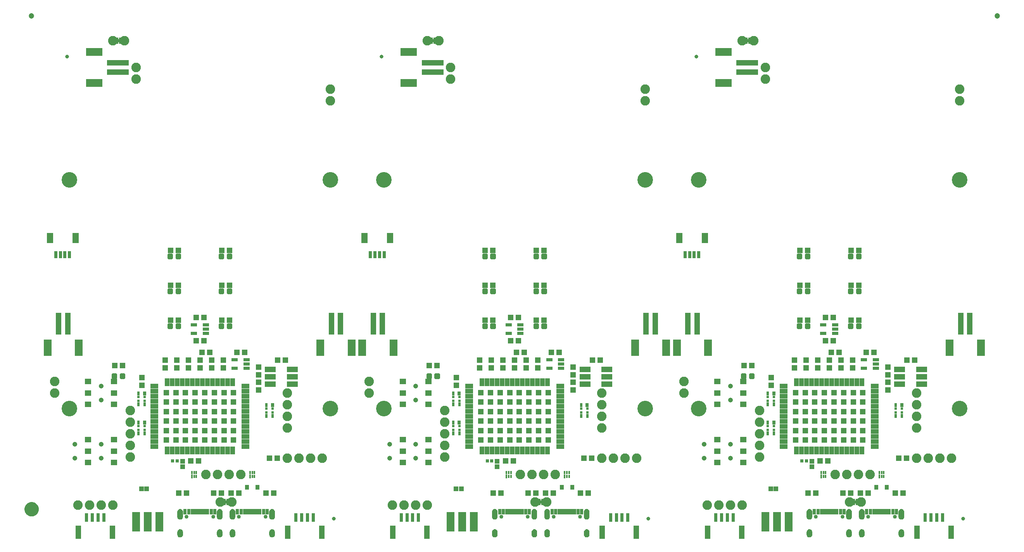
<source format=gts>
G04 EAGLE Gerber RS-274X export*
G75*
%MOMM*%
%FSLAX34Y34*%
%LPD*%
%INSoldermask Top*%
%IPPOS*%
%AMOC8*
5,1,8,0,0,1.08239X$1,22.5*%
G01*
%ADD10C,0.838200*%
%ADD11C,0.505344*%
%ADD12R,1.303200X1.203200*%
%ADD13R,1.203200X1.303200*%
%ADD14R,1.403200X0.753200*%
%ADD15R,1.103200X1.053200*%
%ADD16R,0.803200X0.803200*%
%ADD17R,1.053200X1.723200*%
%ADD18R,1.723200X1.053200*%
%ADD19R,1.303200X1.303200*%
%ADD20R,0.503200X1.203200*%
%ADD21R,0.803200X1.203200*%
%ADD22C,0.853200*%
%ADD23R,0.453200X0.813200*%
%ADD24R,0.453200X0.763200*%
%ADD25R,1.703200X4.203200*%
%ADD26R,0.620000X0.840000*%
%ADD27R,0.620000X0.560000*%
%ADD28R,0.640000X0.840000*%
%ADD29C,3.403600*%
%ADD30R,1.203200X4.803200*%
%ADD31R,1.803200X3.603200*%
%ADD32R,4.803200X1.203200*%
%ADD33R,3.603200X1.803200*%
%ADD34C,2.082800*%
%ADD35R,0.803200X1.903200*%
%ADD36R,1.203200X2.903200*%
%ADD37R,0.833200X1.033200*%
%ADD38R,0.838200X1.473200*%
%ADD39R,1.353200X1.203200*%
%ADD40C,1.053200*%
%ADD41R,1.403200X2.203200*%
%ADD42R,0.803200X1.553200*%
%ADD43R,2.403200X1.303200*%
%ADD44R,1.053200X1.103200*%
%ADD45C,1.203200*%
%ADD46C,1.270000*%
%ADD47C,1.703200*%

G36*
X1673854Y40793D02*
X1673854Y40793D01*
X1673860Y40798D01*
X1673865Y40795D01*
X1675095Y41160D01*
X1675100Y41167D01*
X1675105Y41164D01*
X1676224Y41794D01*
X1676227Y41802D01*
X1676233Y41801D01*
X1677183Y42664D01*
X1677184Y42672D01*
X1677190Y42672D01*
X1677924Y43725D01*
X1677924Y43733D01*
X1677929Y43734D01*
X1678411Y44924D01*
X1678409Y44930D01*
X1678413Y44933D01*
X1678412Y44934D01*
X1678414Y44935D01*
X1678619Y46202D01*
X1678616Y46207D01*
X1678619Y46210D01*
X1678619Y58210D01*
X1678616Y58214D01*
X1678619Y58216D01*
X1678464Y59339D01*
X1678459Y59344D01*
X1678462Y59348D01*
X1678091Y60419D01*
X1678085Y60423D01*
X1678087Y60427D01*
X1677514Y61405D01*
X1677508Y61408D01*
X1677509Y61413D01*
X1676756Y62260D01*
X1676749Y62261D01*
X1676749Y62267D01*
X1675846Y62951D01*
X1675839Y62951D01*
X1675838Y62956D01*
X1674819Y63450D01*
X1674812Y63449D01*
X1674810Y63454D01*
X1673713Y63740D01*
X1673707Y63737D01*
X1673704Y63742D01*
X1672573Y63809D01*
X1672567Y63809D01*
X1671436Y63742D01*
X1671431Y63737D01*
X1671427Y63740D01*
X1670330Y63454D01*
X1670326Y63448D01*
X1670321Y63450D01*
X1669302Y62956D01*
X1669299Y62949D01*
X1669294Y62951D01*
X1668391Y62267D01*
X1668389Y62260D01*
X1668384Y62260D01*
X1667631Y61413D01*
X1667631Y61406D01*
X1667626Y61405D01*
X1667053Y60427D01*
X1667054Y60424D01*
X1667053Y60424D01*
X1667054Y60422D01*
X1667054Y60420D01*
X1667049Y60419D01*
X1666678Y59348D01*
X1666680Y59343D01*
X1666677Y59340D01*
X1666677Y59339D01*
X1666676Y59339D01*
X1666521Y58216D01*
X1666524Y58212D01*
X1666521Y58210D01*
X1666521Y46210D01*
X1666524Y46205D01*
X1666521Y46202D01*
X1666726Y44935D01*
X1666732Y44929D01*
X1666729Y44924D01*
X1667211Y43734D01*
X1667218Y43730D01*
X1667216Y43725D01*
X1667950Y42672D01*
X1667958Y42669D01*
X1667957Y42664D01*
X1668907Y41801D01*
X1668916Y41800D01*
X1668916Y41794D01*
X1670035Y41164D01*
X1670043Y41165D01*
X1670045Y41160D01*
X1671275Y40795D01*
X1671283Y40798D01*
X1671286Y40793D01*
X1672567Y40710D01*
X1672571Y40713D01*
X1672573Y40710D01*
X1673854Y40793D01*
G37*
G36*
X500414Y40793D02*
X500414Y40793D01*
X500420Y40798D01*
X500425Y40795D01*
X501655Y41160D01*
X501660Y41167D01*
X501665Y41164D01*
X502784Y41794D01*
X502787Y41802D01*
X502793Y41801D01*
X503743Y42664D01*
X503744Y42672D01*
X503750Y42672D01*
X504484Y43725D01*
X504484Y43733D01*
X504489Y43734D01*
X504971Y44924D01*
X504969Y44930D01*
X504973Y44933D01*
X504972Y44934D01*
X504974Y44935D01*
X505179Y46202D01*
X505176Y46207D01*
X505179Y46210D01*
X505179Y58210D01*
X505176Y58214D01*
X505179Y58216D01*
X505024Y59339D01*
X505019Y59344D01*
X505022Y59348D01*
X504651Y60419D01*
X504645Y60423D01*
X504647Y60427D01*
X504074Y61405D01*
X504068Y61408D01*
X504069Y61413D01*
X503316Y62260D01*
X503309Y62261D01*
X503309Y62267D01*
X502406Y62951D01*
X502399Y62951D01*
X502398Y62956D01*
X501379Y63450D01*
X501372Y63449D01*
X501370Y63454D01*
X500273Y63740D01*
X500267Y63737D01*
X500264Y63742D01*
X499133Y63809D01*
X499127Y63809D01*
X497996Y63742D01*
X497991Y63737D01*
X497987Y63740D01*
X496890Y63454D01*
X496886Y63448D01*
X496881Y63450D01*
X495862Y62956D01*
X495859Y62949D01*
X495854Y62951D01*
X494951Y62267D01*
X494949Y62260D01*
X494944Y62260D01*
X494191Y61413D01*
X494191Y61406D01*
X494186Y61405D01*
X493613Y60427D01*
X493614Y60424D01*
X493613Y60424D01*
X493614Y60422D01*
X493614Y60420D01*
X493609Y60419D01*
X493238Y59348D01*
X493240Y59343D01*
X493237Y59340D01*
X493237Y59339D01*
X493236Y59339D01*
X493081Y58216D01*
X493084Y58212D01*
X493081Y58210D01*
X493081Y46210D01*
X493084Y46205D01*
X493081Y46202D01*
X493286Y44935D01*
X493292Y44929D01*
X493289Y44924D01*
X493771Y43734D01*
X493778Y43730D01*
X493776Y43725D01*
X494510Y42672D01*
X494518Y42669D01*
X494517Y42664D01*
X495467Y41801D01*
X495476Y41800D01*
X495476Y41794D01*
X496595Y41164D01*
X496603Y41165D01*
X496605Y41160D01*
X497835Y40795D01*
X497843Y40798D01*
X497846Y40793D01*
X499127Y40710D01*
X499131Y40713D01*
X499133Y40710D01*
X500414Y40793D01*
G37*
G36*
X299714Y40793D02*
X299714Y40793D01*
X299720Y40798D01*
X299725Y40795D01*
X300955Y41160D01*
X300960Y41167D01*
X300965Y41164D01*
X302084Y41794D01*
X302087Y41802D01*
X302093Y41801D01*
X303043Y42664D01*
X303044Y42672D01*
X303050Y42672D01*
X303784Y43725D01*
X303784Y43733D01*
X303789Y43734D01*
X304271Y44924D01*
X304269Y44930D01*
X304273Y44933D01*
X304272Y44934D01*
X304274Y44935D01*
X304479Y46202D01*
X304476Y46207D01*
X304479Y46210D01*
X304479Y58210D01*
X304476Y58214D01*
X304479Y58216D01*
X304324Y59339D01*
X304319Y59344D01*
X304322Y59348D01*
X303951Y60419D01*
X303945Y60423D01*
X303947Y60427D01*
X303374Y61405D01*
X303368Y61408D01*
X303369Y61413D01*
X302616Y62260D01*
X302609Y62261D01*
X302609Y62267D01*
X301706Y62951D01*
X301699Y62951D01*
X301698Y62956D01*
X300679Y63450D01*
X300672Y63449D01*
X300670Y63454D01*
X299573Y63740D01*
X299567Y63737D01*
X299564Y63742D01*
X298433Y63809D01*
X298427Y63809D01*
X297296Y63742D01*
X297291Y63737D01*
X297287Y63740D01*
X296190Y63454D01*
X296186Y63448D01*
X296181Y63450D01*
X295162Y62956D01*
X295159Y62949D01*
X295154Y62951D01*
X294251Y62267D01*
X294249Y62260D01*
X294244Y62260D01*
X293491Y61413D01*
X293491Y61406D01*
X293486Y61405D01*
X292913Y60427D01*
X292914Y60424D01*
X292913Y60424D01*
X292914Y60422D01*
X292914Y60420D01*
X292909Y60419D01*
X292538Y59348D01*
X292540Y59343D01*
X292537Y59340D01*
X292537Y59339D01*
X292536Y59339D01*
X292381Y58216D01*
X292384Y58212D01*
X292381Y58210D01*
X292381Y46210D01*
X292384Y46205D01*
X292381Y46202D01*
X292586Y44935D01*
X292592Y44929D01*
X292589Y44924D01*
X293071Y43734D01*
X293078Y43730D01*
X293076Y43725D01*
X293810Y42672D01*
X293818Y42669D01*
X293817Y42664D01*
X294767Y41801D01*
X294776Y41800D01*
X294776Y41794D01*
X295895Y41164D01*
X295903Y41165D01*
X295905Y41160D01*
X297135Y40795D01*
X297143Y40798D01*
X297146Y40793D01*
X298427Y40710D01*
X298431Y40713D01*
X298433Y40710D01*
X299714Y40793D01*
G37*
G36*
X1073184Y40793D02*
X1073184Y40793D01*
X1073190Y40798D01*
X1073195Y40795D01*
X1074425Y41160D01*
X1074430Y41167D01*
X1074435Y41164D01*
X1075554Y41794D01*
X1075557Y41802D01*
X1075563Y41801D01*
X1076513Y42664D01*
X1076514Y42672D01*
X1076520Y42672D01*
X1077254Y43725D01*
X1077254Y43733D01*
X1077259Y43734D01*
X1077741Y44924D01*
X1077739Y44930D01*
X1077743Y44933D01*
X1077742Y44934D01*
X1077744Y44935D01*
X1077949Y46202D01*
X1077946Y46207D01*
X1077949Y46210D01*
X1077949Y58210D01*
X1077946Y58214D01*
X1077949Y58216D01*
X1077794Y59339D01*
X1077789Y59344D01*
X1077792Y59348D01*
X1077421Y60419D01*
X1077415Y60423D01*
X1077417Y60427D01*
X1076844Y61405D01*
X1076838Y61408D01*
X1076839Y61413D01*
X1076086Y62260D01*
X1076079Y62261D01*
X1076079Y62267D01*
X1075176Y62951D01*
X1075169Y62951D01*
X1075168Y62956D01*
X1074149Y63450D01*
X1074142Y63449D01*
X1074140Y63454D01*
X1073043Y63740D01*
X1073037Y63737D01*
X1073034Y63742D01*
X1071903Y63809D01*
X1071897Y63809D01*
X1070766Y63742D01*
X1070761Y63737D01*
X1070757Y63740D01*
X1069660Y63454D01*
X1069656Y63448D01*
X1069651Y63450D01*
X1068632Y62956D01*
X1068629Y62949D01*
X1068624Y62951D01*
X1067721Y62267D01*
X1067719Y62260D01*
X1067714Y62260D01*
X1066961Y61413D01*
X1066961Y61406D01*
X1066956Y61405D01*
X1066383Y60427D01*
X1066384Y60424D01*
X1066383Y60424D01*
X1066384Y60422D01*
X1066384Y60420D01*
X1066379Y60419D01*
X1066008Y59348D01*
X1066010Y59343D01*
X1066007Y59340D01*
X1066007Y59339D01*
X1066006Y59339D01*
X1065851Y58216D01*
X1065854Y58212D01*
X1065851Y58210D01*
X1065851Y46210D01*
X1065854Y46205D01*
X1065851Y46202D01*
X1066056Y44935D01*
X1066062Y44929D01*
X1066059Y44924D01*
X1066541Y43734D01*
X1066548Y43730D01*
X1066546Y43725D01*
X1067280Y42672D01*
X1067288Y42669D01*
X1067287Y42664D01*
X1068237Y41801D01*
X1068246Y41800D01*
X1068246Y41794D01*
X1069365Y41164D01*
X1069373Y41165D01*
X1069375Y41160D01*
X1070605Y40795D01*
X1070613Y40798D01*
X1070616Y40793D01*
X1071897Y40710D01*
X1071901Y40713D01*
X1071903Y40710D01*
X1073184Y40793D01*
G37*
G36*
X1788154Y40793D02*
X1788154Y40793D01*
X1788160Y40798D01*
X1788165Y40795D01*
X1789395Y41160D01*
X1789400Y41167D01*
X1789405Y41164D01*
X1790524Y41794D01*
X1790527Y41802D01*
X1790533Y41801D01*
X1791483Y42664D01*
X1791484Y42672D01*
X1791490Y42672D01*
X1792224Y43725D01*
X1792224Y43733D01*
X1792229Y43734D01*
X1792711Y44924D01*
X1792709Y44930D01*
X1792713Y44933D01*
X1792712Y44934D01*
X1792714Y44935D01*
X1792919Y46202D01*
X1792916Y46207D01*
X1792919Y46210D01*
X1792919Y58210D01*
X1792916Y58214D01*
X1792919Y58216D01*
X1792764Y59339D01*
X1792759Y59344D01*
X1792762Y59348D01*
X1792391Y60419D01*
X1792385Y60423D01*
X1792387Y60427D01*
X1791814Y61405D01*
X1791808Y61408D01*
X1791809Y61413D01*
X1791056Y62260D01*
X1791049Y62261D01*
X1791049Y62267D01*
X1790146Y62951D01*
X1790139Y62951D01*
X1790138Y62956D01*
X1789119Y63450D01*
X1789112Y63449D01*
X1789110Y63454D01*
X1788013Y63740D01*
X1788007Y63737D01*
X1788004Y63742D01*
X1786873Y63809D01*
X1786867Y63809D01*
X1785736Y63742D01*
X1785731Y63737D01*
X1785727Y63740D01*
X1784630Y63454D01*
X1784626Y63448D01*
X1784621Y63450D01*
X1783602Y62956D01*
X1783599Y62949D01*
X1783594Y62951D01*
X1782691Y62267D01*
X1782689Y62260D01*
X1782684Y62260D01*
X1781931Y61413D01*
X1781931Y61406D01*
X1781926Y61405D01*
X1781353Y60427D01*
X1781354Y60424D01*
X1781353Y60424D01*
X1781354Y60422D01*
X1781354Y60420D01*
X1781349Y60419D01*
X1780978Y59348D01*
X1780980Y59343D01*
X1780977Y59340D01*
X1780977Y59339D01*
X1780976Y59339D01*
X1780821Y58216D01*
X1780824Y58212D01*
X1780821Y58210D01*
X1780821Y46210D01*
X1780824Y46205D01*
X1780821Y46202D01*
X1781026Y44935D01*
X1781032Y44929D01*
X1781029Y44924D01*
X1781511Y43734D01*
X1781518Y43730D01*
X1781516Y43725D01*
X1782250Y42672D01*
X1782258Y42669D01*
X1782257Y42664D01*
X1783207Y41801D01*
X1783216Y41800D01*
X1783216Y41794D01*
X1784335Y41164D01*
X1784343Y41165D01*
X1784345Y41160D01*
X1785575Y40795D01*
X1785583Y40798D01*
X1785586Y40793D01*
X1786867Y40710D01*
X1786871Y40713D01*
X1786873Y40710D01*
X1788154Y40793D01*
G37*
G36*
X1101084Y40793D02*
X1101084Y40793D01*
X1101090Y40798D01*
X1101095Y40795D01*
X1102325Y41160D01*
X1102330Y41167D01*
X1102335Y41164D01*
X1103454Y41794D01*
X1103457Y41802D01*
X1103463Y41801D01*
X1104413Y42664D01*
X1104414Y42672D01*
X1104420Y42672D01*
X1105154Y43725D01*
X1105154Y43733D01*
X1105159Y43734D01*
X1105641Y44924D01*
X1105639Y44930D01*
X1105643Y44933D01*
X1105642Y44934D01*
X1105644Y44935D01*
X1105849Y46202D01*
X1105846Y46207D01*
X1105849Y46210D01*
X1105849Y58210D01*
X1105846Y58214D01*
X1105849Y58216D01*
X1105694Y59339D01*
X1105689Y59344D01*
X1105692Y59348D01*
X1105321Y60419D01*
X1105315Y60423D01*
X1105317Y60427D01*
X1104744Y61405D01*
X1104738Y61408D01*
X1104739Y61413D01*
X1103986Y62260D01*
X1103979Y62261D01*
X1103979Y62267D01*
X1103076Y62951D01*
X1103069Y62951D01*
X1103068Y62956D01*
X1102049Y63450D01*
X1102042Y63449D01*
X1102040Y63454D01*
X1100943Y63740D01*
X1100937Y63737D01*
X1100934Y63742D01*
X1099803Y63809D01*
X1099797Y63809D01*
X1098666Y63742D01*
X1098661Y63737D01*
X1098657Y63740D01*
X1097560Y63454D01*
X1097556Y63448D01*
X1097551Y63450D01*
X1096532Y62956D01*
X1096529Y62949D01*
X1096524Y62951D01*
X1095621Y62267D01*
X1095619Y62260D01*
X1095614Y62260D01*
X1094861Y61413D01*
X1094861Y61406D01*
X1094856Y61405D01*
X1094283Y60427D01*
X1094284Y60424D01*
X1094283Y60424D01*
X1094284Y60422D01*
X1094284Y60420D01*
X1094279Y60419D01*
X1093908Y59348D01*
X1093910Y59343D01*
X1093907Y59340D01*
X1093907Y59339D01*
X1093906Y59339D01*
X1093751Y58216D01*
X1093754Y58212D01*
X1093751Y58210D01*
X1093751Y46210D01*
X1093754Y46205D01*
X1093751Y46202D01*
X1093956Y44935D01*
X1093962Y44929D01*
X1093959Y44924D01*
X1094441Y43734D01*
X1094448Y43730D01*
X1094446Y43725D01*
X1095180Y42672D01*
X1095188Y42669D01*
X1095187Y42664D01*
X1096137Y41801D01*
X1096146Y41800D01*
X1096146Y41794D01*
X1097265Y41164D01*
X1097273Y41165D01*
X1097275Y41160D01*
X1098505Y40795D01*
X1098513Y40798D01*
X1098516Y40793D01*
X1099797Y40710D01*
X1099801Y40713D01*
X1099803Y40710D01*
X1101084Y40793D01*
G37*
G36*
X1187484Y40793D02*
X1187484Y40793D01*
X1187490Y40798D01*
X1187495Y40795D01*
X1188725Y41160D01*
X1188730Y41167D01*
X1188735Y41164D01*
X1189854Y41794D01*
X1189857Y41802D01*
X1189863Y41801D01*
X1190813Y42664D01*
X1190814Y42672D01*
X1190820Y42672D01*
X1191554Y43725D01*
X1191554Y43733D01*
X1191559Y43734D01*
X1192041Y44924D01*
X1192039Y44930D01*
X1192043Y44933D01*
X1192042Y44934D01*
X1192044Y44935D01*
X1192249Y46202D01*
X1192246Y46207D01*
X1192249Y46210D01*
X1192249Y58210D01*
X1192246Y58214D01*
X1192249Y58216D01*
X1192094Y59339D01*
X1192089Y59344D01*
X1192092Y59348D01*
X1191721Y60419D01*
X1191715Y60423D01*
X1191717Y60427D01*
X1191144Y61405D01*
X1191138Y61408D01*
X1191139Y61413D01*
X1190386Y62260D01*
X1190379Y62261D01*
X1190379Y62267D01*
X1189476Y62951D01*
X1189469Y62951D01*
X1189468Y62956D01*
X1188449Y63450D01*
X1188442Y63449D01*
X1188440Y63454D01*
X1187343Y63740D01*
X1187337Y63737D01*
X1187334Y63742D01*
X1186203Y63809D01*
X1186197Y63809D01*
X1185066Y63742D01*
X1185061Y63737D01*
X1185057Y63740D01*
X1183960Y63454D01*
X1183956Y63448D01*
X1183951Y63450D01*
X1182932Y62956D01*
X1182929Y62949D01*
X1182924Y62951D01*
X1182021Y62267D01*
X1182019Y62260D01*
X1182014Y62260D01*
X1181261Y61413D01*
X1181261Y61406D01*
X1181256Y61405D01*
X1180683Y60427D01*
X1180684Y60424D01*
X1180683Y60424D01*
X1180684Y60422D01*
X1180684Y60420D01*
X1180679Y60419D01*
X1180308Y59348D01*
X1180310Y59343D01*
X1180307Y59340D01*
X1180307Y59339D01*
X1180306Y59339D01*
X1180151Y58216D01*
X1180154Y58212D01*
X1180151Y58210D01*
X1180151Y46210D01*
X1180154Y46205D01*
X1180151Y46202D01*
X1180356Y44935D01*
X1180362Y44929D01*
X1180359Y44924D01*
X1180841Y43734D01*
X1180848Y43730D01*
X1180846Y43725D01*
X1181580Y42672D01*
X1181588Y42669D01*
X1181587Y42664D01*
X1182537Y41801D01*
X1182546Y41800D01*
X1182546Y41794D01*
X1183665Y41164D01*
X1183673Y41165D01*
X1183675Y41160D01*
X1184905Y40795D01*
X1184913Y40798D01*
X1184916Y40793D01*
X1186197Y40710D01*
X1186201Y40713D01*
X1186203Y40710D01*
X1187484Y40793D01*
G37*
G36*
X1874554Y40793D02*
X1874554Y40793D01*
X1874560Y40798D01*
X1874565Y40795D01*
X1875795Y41160D01*
X1875800Y41167D01*
X1875805Y41164D01*
X1876924Y41794D01*
X1876927Y41802D01*
X1876933Y41801D01*
X1877883Y42664D01*
X1877884Y42672D01*
X1877890Y42672D01*
X1878624Y43725D01*
X1878624Y43733D01*
X1878629Y43734D01*
X1879111Y44924D01*
X1879109Y44930D01*
X1879113Y44933D01*
X1879112Y44934D01*
X1879114Y44935D01*
X1879319Y46202D01*
X1879316Y46207D01*
X1879319Y46210D01*
X1879319Y58210D01*
X1879316Y58214D01*
X1879319Y58216D01*
X1879164Y59339D01*
X1879159Y59344D01*
X1879162Y59348D01*
X1878791Y60419D01*
X1878785Y60423D01*
X1878787Y60427D01*
X1878214Y61405D01*
X1878208Y61408D01*
X1878209Y61413D01*
X1877456Y62260D01*
X1877449Y62261D01*
X1877449Y62267D01*
X1876546Y62951D01*
X1876539Y62951D01*
X1876538Y62956D01*
X1875519Y63450D01*
X1875512Y63449D01*
X1875510Y63454D01*
X1874413Y63740D01*
X1874407Y63737D01*
X1874404Y63742D01*
X1873273Y63809D01*
X1873267Y63809D01*
X1872136Y63742D01*
X1872131Y63737D01*
X1872127Y63740D01*
X1871030Y63454D01*
X1871026Y63448D01*
X1871021Y63450D01*
X1870002Y62956D01*
X1869999Y62949D01*
X1869994Y62951D01*
X1869091Y62267D01*
X1869089Y62260D01*
X1869084Y62260D01*
X1868331Y61413D01*
X1868331Y61406D01*
X1868326Y61405D01*
X1867753Y60427D01*
X1867754Y60424D01*
X1867753Y60424D01*
X1867754Y60422D01*
X1867754Y60420D01*
X1867749Y60419D01*
X1867378Y59348D01*
X1867380Y59343D01*
X1867377Y59340D01*
X1867377Y59339D01*
X1867376Y59339D01*
X1867221Y58216D01*
X1867224Y58212D01*
X1867221Y58210D01*
X1867221Y46210D01*
X1867224Y46205D01*
X1867221Y46202D01*
X1867426Y44935D01*
X1867432Y44929D01*
X1867429Y44924D01*
X1867911Y43734D01*
X1867918Y43730D01*
X1867916Y43725D01*
X1868650Y42672D01*
X1868658Y42669D01*
X1868657Y42664D01*
X1869607Y41801D01*
X1869616Y41800D01*
X1869616Y41794D01*
X1870735Y41164D01*
X1870743Y41165D01*
X1870745Y41160D01*
X1871975Y40795D01*
X1871983Y40798D01*
X1871986Y40793D01*
X1873267Y40710D01*
X1873271Y40713D01*
X1873273Y40710D01*
X1874554Y40793D01*
G37*
G36*
X386114Y40793D02*
X386114Y40793D01*
X386120Y40798D01*
X386125Y40795D01*
X387355Y41160D01*
X387360Y41167D01*
X387365Y41164D01*
X388484Y41794D01*
X388487Y41802D01*
X388493Y41801D01*
X389443Y42664D01*
X389444Y42672D01*
X389450Y42672D01*
X390184Y43725D01*
X390184Y43733D01*
X390189Y43734D01*
X390671Y44924D01*
X390669Y44930D01*
X390673Y44933D01*
X390672Y44934D01*
X390674Y44935D01*
X390879Y46202D01*
X390876Y46207D01*
X390879Y46210D01*
X390879Y58210D01*
X390876Y58214D01*
X390879Y58216D01*
X390724Y59339D01*
X390719Y59344D01*
X390722Y59348D01*
X390351Y60419D01*
X390345Y60423D01*
X390347Y60427D01*
X389774Y61405D01*
X389768Y61408D01*
X389769Y61413D01*
X389016Y62260D01*
X389009Y62261D01*
X389009Y62267D01*
X388106Y62951D01*
X388099Y62951D01*
X388098Y62956D01*
X387079Y63450D01*
X387072Y63449D01*
X387070Y63454D01*
X385973Y63740D01*
X385967Y63737D01*
X385964Y63742D01*
X384833Y63809D01*
X384827Y63809D01*
X383696Y63742D01*
X383691Y63737D01*
X383687Y63740D01*
X382590Y63454D01*
X382586Y63448D01*
X382581Y63450D01*
X381562Y62956D01*
X381559Y62949D01*
X381554Y62951D01*
X380651Y62267D01*
X380649Y62260D01*
X380644Y62260D01*
X379891Y61413D01*
X379891Y61406D01*
X379886Y61405D01*
X379313Y60427D01*
X379314Y60424D01*
X379313Y60424D01*
X379314Y60422D01*
X379314Y60420D01*
X379309Y60419D01*
X378938Y59348D01*
X378940Y59343D01*
X378937Y59340D01*
X378937Y59339D01*
X378936Y59339D01*
X378781Y58216D01*
X378784Y58212D01*
X378781Y58210D01*
X378781Y46210D01*
X378784Y46205D01*
X378781Y46202D01*
X378986Y44935D01*
X378992Y44929D01*
X378989Y44924D01*
X379471Y43734D01*
X379478Y43730D01*
X379476Y43725D01*
X380210Y42672D01*
X380218Y42669D01*
X380217Y42664D01*
X381167Y41801D01*
X381176Y41800D01*
X381176Y41794D01*
X382295Y41164D01*
X382303Y41165D01*
X382305Y41160D01*
X383535Y40795D01*
X383543Y40798D01*
X383546Y40793D01*
X384827Y40710D01*
X384831Y40713D01*
X384833Y40710D01*
X386114Y40793D01*
G37*
G36*
X1760254Y40793D02*
X1760254Y40793D01*
X1760260Y40798D01*
X1760265Y40795D01*
X1761495Y41160D01*
X1761500Y41167D01*
X1761505Y41164D01*
X1762624Y41794D01*
X1762627Y41802D01*
X1762633Y41801D01*
X1763583Y42664D01*
X1763584Y42672D01*
X1763590Y42672D01*
X1764324Y43725D01*
X1764324Y43733D01*
X1764329Y43734D01*
X1764811Y44924D01*
X1764809Y44930D01*
X1764813Y44933D01*
X1764812Y44934D01*
X1764814Y44935D01*
X1765019Y46202D01*
X1765016Y46207D01*
X1765019Y46210D01*
X1765019Y58210D01*
X1765016Y58214D01*
X1765019Y58216D01*
X1764864Y59339D01*
X1764859Y59344D01*
X1764862Y59348D01*
X1764491Y60419D01*
X1764485Y60423D01*
X1764487Y60427D01*
X1763914Y61405D01*
X1763908Y61408D01*
X1763909Y61413D01*
X1763156Y62260D01*
X1763149Y62261D01*
X1763149Y62267D01*
X1762246Y62951D01*
X1762239Y62951D01*
X1762238Y62956D01*
X1761219Y63450D01*
X1761212Y63449D01*
X1761210Y63454D01*
X1760113Y63740D01*
X1760107Y63737D01*
X1760104Y63742D01*
X1758973Y63809D01*
X1758967Y63809D01*
X1757836Y63742D01*
X1757831Y63737D01*
X1757827Y63740D01*
X1756730Y63454D01*
X1756726Y63448D01*
X1756721Y63450D01*
X1755702Y62956D01*
X1755699Y62949D01*
X1755694Y62951D01*
X1754791Y62267D01*
X1754789Y62260D01*
X1754784Y62260D01*
X1754031Y61413D01*
X1754031Y61406D01*
X1754026Y61405D01*
X1753453Y60427D01*
X1753454Y60424D01*
X1753453Y60424D01*
X1753454Y60422D01*
X1753454Y60420D01*
X1753449Y60419D01*
X1753078Y59348D01*
X1753080Y59343D01*
X1753077Y59340D01*
X1753077Y59339D01*
X1753076Y59339D01*
X1752921Y58216D01*
X1752924Y58212D01*
X1752921Y58210D01*
X1752921Y46210D01*
X1752924Y46205D01*
X1752921Y46202D01*
X1753126Y44935D01*
X1753132Y44929D01*
X1753129Y44924D01*
X1753611Y43734D01*
X1753618Y43730D01*
X1753616Y43725D01*
X1754350Y42672D01*
X1754358Y42669D01*
X1754357Y42664D01*
X1755307Y41801D01*
X1755316Y41800D01*
X1755316Y41794D01*
X1756435Y41164D01*
X1756443Y41165D01*
X1756445Y41160D01*
X1757675Y40795D01*
X1757683Y40798D01*
X1757686Y40793D01*
X1758967Y40710D01*
X1758971Y40713D01*
X1758973Y40710D01*
X1760254Y40793D01*
G37*
G36*
X414014Y40793D02*
X414014Y40793D01*
X414020Y40798D01*
X414025Y40795D01*
X415255Y41160D01*
X415260Y41167D01*
X415265Y41164D01*
X416384Y41794D01*
X416387Y41802D01*
X416393Y41801D01*
X417343Y42664D01*
X417344Y42672D01*
X417350Y42672D01*
X418084Y43725D01*
X418084Y43733D01*
X418089Y43734D01*
X418571Y44924D01*
X418569Y44930D01*
X418573Y44933D01*
X418572Y44934D01*
X418574Y44935D01*
X418779Y46202D01*
X418776Y46207D01*
X418779Y46210D01*
X418779Y58210D01*
X418776Y58214D01*
X418779Y58216D01*
X418624Y59339D01*
X418619Y59344D01*
X418622Y59348D01*
X418251Y60419D01*
X418245Y60423D01*
X418247Y60427D01*
X417674Y61405D01*
X417668Y61408D01*
X417669Y61413D01*
X416916Y62260D01*
X416909Y62261D01*
X416909Y62267D01*
X416006Y62951D01*
X415999Y62951D01*
X415998Y62956D01*
X414979Y63450D01*
X414972Y63449D01*
X414970Y63454D01*
X413873Y63740D01*
X413867Y63737D01*
X413864Y63742D01*
X412733Y63809D01*
X412727Y63809D01*
X411596Y63742D01*
X411591Y63737D01*
X411587Y63740D01*
X410490Y63454D01*
X410486Y63448D01*
X410481Y63450D01*
X409462Y62956D01*
X409459Y62949D01*
X409454Y62951D01*
X408551Y62267D01*
X408549Y62260D01*
X408544Y62260D01*
X407791Y61413D01*
X407791Y61406D01*
X407786Y61405D01*
X407213Y60427D01*
X407214Y60424D01*
X407213Y60424D01*
X407214Y60422D01*
X407214Y60420D01*
X407209Y60419D01*
X406838Y59348D01*
X406840Y59343D01*
X406837Y59340D01*
X406837Y59339D01*
X406836Y59339D01*
X406681Y58216D01*
X406684Y58212D01*
X406681Y58210D01*
X406681Y46210D01*
X406684Y46205D01*
X406681Y46202D01*
X406886Y44935D01*
X406892Y44929D01*
X406889Y44924D01*
X407371Y43734D01*
X407378Y43730D01*
X407376Y43725D01*
X408110Y42672D01*
X408118Y42669D01*
X408117Y42664D01*
X409067Y41801D01*
X409076Y41800D01*
X409076Y41794D01*
X410195Y41164D01*
X410203Y41165D01*
X410205Y41160D01*
X411435Y40795D01*
X411443Y40798D01*
X411446Y40793D01*
X412727Y40710D01*
X412731Y40713D01*
X412733Y40710D01*
X414014Y40793D01*
G37*
G36*
X986784Y40793D02*
X986784Y40793D01*
X986790Y40798D01*
X986795Y40795D01*
X988025Y41160D01*
X988030Y41167D01*
X988035Y41164D01*
X989154Y41794D01*
X989157Y41802D01*
X989163Y41801D01*
X990113Y42664D01*
X990114Y42672D01*
X990120Y42672D01*
X990854Y43725D01*
X990854Y43733D01*
X990859Y43734D01*
X991341Y44924D01*
X991339Y44930D01*
X991343Y44933D01*
X991342Y44934D01*
X991344Y44935D01*
X991549Y46202D01*
X991546Y46207D01*
X991549Y46210D01*
X991549Y58210D01*
X991546Y58214D01*
X991549Y58216D01*
X991394Y59339D01*
X991389Y59344D01*
X991392Y59348D01*
X991021Y60419D01*
X991015Y60423D01*
X991017Y60427D01*
X990444Y61405D01*
X990438Y61408D01*
X990439Y61413D01*
X989686Y62260D01*
X989679Y62261D01*
X989679Y62267D01*
X988776Y62951D01*
X988769Y62951D01*
X988768Y62956D01*
X987749Y63450D01*
X987742Y63449D01*
X987740Y63454D01*
X986643Y63740D01*
X986637Y63737D01*
X986634Y63742D01*
X985503Y63809D01*
X985497Y63809D01*
X984366Y63742D01*
X984361Y63737D01*
X984357Y63740D01*
X983260Y63454D01*
X983256Y63448D01*
X983251Y63450D01*
X982232Y62956D01*
X982229Y62949D01*
X982224Y62951D01*
X981321Y62267D01*
X981319Y62260D01*
X981314Y62260D01*
X980561Y61413D01*
X980561Y61406D01*
X980556Y61405D01*
X979983Y60427D01*
X979984Y60424D01*
X979983Y60424D01*
X979984Y60422D01*
X979984Y60420D01*
X979979Y60419D01*
X979608Y59348D01*
X979610Y59343D01*
X979607Y59340D01*
X979607Y59339D01*
X979606Y59339D01*
X979451Y58216D01*
X979454Y58212D01*
X979451Y58210D01*
X979451Y46210D01*
X979454Y46205D01*
X979451Y46202D01*
X979656Y44935D01*
X979662Y44929D01*
X979659Y44924D01*
X980141Y43734D01*
X980148Y43730D01*
X980146Y43725D01*
X980880Y42672D01*
X980888Y42669D01*
X980887Y42664D01*
X981837Y41801D01*
X981846Y41800D01*
X981846Y41794D01*
X982965Y41164D01*
X982973Y41165D01*
X982975Y41160D01*
X984205Y40795D01*
X984213Y40798D01*
X984216Y40793D01*
X985497Y40710D01*
X985501Y40713D01*
X985503Y40710D01*
X986784Y40793D01*
G37*
G36*
X413901Y1521D02*
X413901Y1521D01*
X413906Y1525D01*
X413910Y1522D01*
X415033Y1858D01*
X415037Y1864D01*
X415041Y1861D01*
X416077Y2409D01*
X416080Y2416D01*
X416085Y2415D01*
X416993Y3154D01*
X416995Y3161D01*
X417000Y3161D01*
X417747Y4063D01*
X417747Y4070D01*
X417753Y4071D01*
X418309Y5102D01*
X418308Y5109D01*
X418313Y5110D01*
X418657Y6230D01*
X418655Y6237D01*
X418659Y6239D01*
X418779Y7405D01*
X418777Y7408D01*
X418779Y7410D01*
X418779Y13410D01*
X418777Y13412D01*
X418779Y13414D01*
X418668Y14590D01*
X418663Y14595D01*
X418666Y14600D01*
X418328Y15731D01*
X418322Y15736D01*
X418324Y15740D01*
X417772Y16784D01*
X417765Y16787D01*
X417767Y16792D01*
X417021Y17708D01*
X417014Y17710D01*
X417014Y17715D01*
X416105Y18468D01*
X416097Y18469D01*
X416097Y18474D01*
X415057Y19035D01*
X415050Y19034D01*
X415048Y19038D01*
X413919Y19386D01*
X413913Y19384D01*
X413910Y19388D01*
X412735Y19509D01*
X412728Y19504D01*
X412724Y19509D01*
X411384Y19352D01*
X411378Y19346D01*
X411373Y19349D01*
X410102Y18899D01*
X410097Y18892D01*
X410092Y18894D01*
X408953Y18171D01*
X408950Y18163D01*
X408944Y18164D01*
X407994Y17206D01*
X407993Y17198D01*
X407987Y17198D01*
X407274Y16052D01*
X407275Y16044D01*
X407269Y16042D01*
X406829Y14767D01*
X406831Y14759D01*
X406827Y14756D01*
X406681Y13415D01*
X406683Y13411D01*
X406681Y13410D01*
X406681Y7410D01*
X406683Y7406D01*
X406681Y7404D01*
X406836Y6075D01*
X406842Y6069D01*
X406839Y6064D01*
X407286Y4803D01*
X407293Y4799D01*
X407291Y4793D01*
X408008Y3663D01*
X408015Y3660D01*
X408014Y3655D01*
X408965Y2713D01*
X408973Y2712D01*
X408973Y2706D01*
X410109Y1999D01*
X410117Y1999D01*
X410119Y1994D01*
X411384Y1557D01*
X411389Y1559D01*
X411390Y1558D01*
X411393Y1558D01*
X411395Y1555D01*
X412725Y1411D01*
X412731Y1414D01*
X412735Y1411D01*
X413901Y1521D01*
G37*
G36*
X500301Y1521D02*
X500301Y1521D01*
X500306Y1525D01*
X500310Y1522D01*
X501433Y1858D01*
X501437Y1864D01*
X501441Y1861D01*
X502477Y2409D01*
X502480Y2416D01*
X502485Y2415D01*
X503393Y3154D01*
X503395Y3161D01*
X503400Y3161D01*
X504147Y4063D01*
X504147Y4070D01*
X504153Y4071D01*
X504709Y5102D01*
X504708Y5109D01*
X504713Y5110D01*
X505057Y6230D01*
X505055Y6237D01*
X505059Y6239D01*
X505179Y7405D01*
X505177Y7408D01*
X505179Y7410D01*
X505179Y13410D01*
X505177Y13412D01*
X505179Y13414D01*
X505068Y14590D01*
X505063Y14595D01*
X505066Y14600D01*
X504728Y15731D01*
X504722Y15736D01*
X504724Y15740D01*
X504172Y16784D01*
X504165Y16787D01*
X504167Y16792D01*
X503421Y17708D01*
X503414Y17710D01*
X503414Y17715D01*
X502505Y18468D01*
X502497Y18469D01*
X502497Y18474D01*
X501457Y19035D01*
X501450Y19034D01*
X501448Y19038D01*
X500319Y19386D01*
X500313Y19384D01*
X500310Y19388D01*
X499135Y19509D01*
X499128Y19504D01*
X499124Y19509D01*
X497784Y19352D01*
X497778Y19346D01*
X497773Y19349D01*
X496502Y18899D01*
X496497Y18892D01*
X496492Y18894D01*
X495353Y18171D01*
X495350Y18163D01*
X495344Y18164D01*
X494394Y17206D01*
X494393Y17198D01*
X494387Y17198D01*
X493674Y16052D01*
X493675Y16044D01*
X493669Y16042D01*
X493229Y14767D01*
X493231Y14759D01*
X493227Y14756D01*
X493081Y13415D01*
X493083Y13411D01*
X493081Y13410D01*
X493081Y7410D01*
X493083Y7406D01*
X493081Y7404D01*
X493236Y6075D01*
X493242Y6069D01*
X493239Y6064D01*
X493686Y4803D01*
X493693Y4799D01*
X493691Y4793D01*
X494408Y3663D01*
X494415Y3660D01*
X494414Y3655D01*
X495365Y2713D01*
X495373Y2712D01*
X495373Y2706D01*
X496509Y1999D01*
X496517Y1999D01*
X496519Y1994D01*
X497784Y1557D01*
X497789Y1559D01*
X497790Y1558D01*
X497793Y1558D01*
X497795Y1555D01*
X499125Y1411D01*
X499131Y1414D01*
X499135Y1411D01*
X500301Y1521D01*
G37*
G36*
X1760141Y1521D02*
X1760141Y1521D01*
X1760146Y1525D01*
X1760150Y1522D01*
X1761273Y1858D01*
X1761277Y1864D01*
X1761281Y1861D01*
X1762317Y2409D01*
X1762320Y2416D01*
X1762325Y2415D01*
X1763233Y3154D01*
X1763235Y3161D01*
X1763240Y3161D01*
X1763987Y4063D01*
X1763987Y4070D01*
X1763993Y4071D01*
X1764549Y5102D01*
X1764548Y5109D01*
X1764553Y5110D01*
X1764897Y6230D01*
X1764895Y6237D01*
X1764899Y6239D01*
X1765019Y7405D01*
X1765017Y7408D01*
X1765019Y7410D01*
X1765019Y13410D01*
X1765017Y13412D01*
X1765019Y13414D01*
X1764908Y14590D01*
X1764903Y14595D01*
X1764906Y14600D01*
X1764568Y15731D01*
X1764562Y15736D01*
X1764564Y15740D01*
X1764012Y16784D01*
X1764005Y16787D01*
X1764007Y16792D01*
X1763261Y17708D01*
X1763254Y17710D01*
X1763254Y17715D01*
X1762345Y18468D01*
X1762337Y18469D01*
X1762337Y18474D01*
X1761297Y19035D01*
X1761290Y19034D01*
X1761288Y19038D01*
X1760159Y19386D01*
X1760153Y19384D01*
X1760150Y19388D01*
X1758975Y19509D01*
X1758968Y19504D01*
X1758964Y19509D01*
X1757624Y19352D01*
X1757618Y19346D01*
X1757613Y19349D01*
X1756342Y18899D01*
X1756337Y18892D01*
X1756332Y18894D01*
X1755193Y18171D01*
X1755190Y18163D01*
X1755184Y18164D01*
X1754234Y17206D01*
X1754233Y17198D01*
X1754227Y17198D01*
X1753514Y16052D01*
X1753515Y16044D01*
X1753509Y16042D01*
X1753069Y14767D01*
X1753071Y14759D01*
X1753067Y14756D01*
X1752921Y13415D01*
X1752923Y13411D01*
X1752921Y13410D01*
X1752921Y7410D01*
X1752923Y7406D01*
X1752921Y7404D01*
X1753076Y6075D01*
X1753082Y6069D01*
X1753079Y6064D01*
X1753526Y4803D01*
X1753533Y4799D01*
X1753531Y4793D01*
X1754248Y3663D01*
X1754255Y3660D01*
X1754254Y3655D01*
X1755205Y2713D01*
X1755213Y2712D01*
X1755213Y2706D01*
X1756349Y1999D01*
X1756357Y1999D01*
X1756359Y1994D01*
X1757624Y1557D01*
X1757629Y1559D01*
X1757630Y1558D01*
X1757633Y1558D01*
X1757635Y1555D01*
X1758965Y1411D01*
X1758971Y1414D01*
X1758975Y1411D01*
X1760141Y1521D01*
G37*
G36*
X386001Y1521D02*
X386001Y1521D01*
X386006Y1525D01*
X386010Y1522D01*
X387133Y1858D01*
X387137Y1864D01*
X387141Y1861D01*
X388177Y2409D01*
X388180Y2416D01*
X388185Y2415D01*
X389093Y3154D01*
X389095Y3161D01*
X389100Y3161D01*
X389847Y4063D01*
X389847Y4070D01*
X389853Y4071D01*
X390409Y5102D01*
X390408Y5109D01*
X390413Y5110D01*
X390757Y6230D01*
X390755Y6237D01*
X390759Y6239D01*
X390879Y7405D01*
X390877Y7408D01*
X390879Y7410D01*
X390879Y13410D01*
X390877Y13412D01*
X390879Y13414D01*
X390768Y14590D01*
X390763Y14595D01*
X390766Y14600D01*
X390428Y15731D01*
X390422Y15736D01*
X390424Y15740D01*
X389872Y16784D01*
X389865Y16787D01*
X389867Y16792D01*
X389121Y17708D01*
X389114Y17710D01*
X389114Y17715D01*
X388205Y18468D01*
X388197Y18469D01*
X388197Y18474D01*
X387157Y19035D01*
X387150Y19034D01*
X387148Y19038D01*
X386019Y19386D01*
X386013Y19384D01*
X386010Y19388D01*
X384835Y19509D01*
X384828Y19504D01*
X384824Y19509D01*
X383484Y19352D01*
X383478Y19346D01*
X383473Y19349D01*
X382202Y18899D01*
X382197Y18892D01*
X382192Y18894D01*
X381053Y18171D01*
X381050Y18163D01*
X381044Y18164D01*
X380094Y17206D01*
X380093Y17198D01*
X380087Y17198D01*
X379374Y16052D01*
X379375Y16044D01*
X379369Y16042D01*
X378929Y14767D01*
X378931Y14759D01*
X378927Y14756D01*
X378781Y13415D01*
X378783Y13411D01*
X378781Y13410D01*
X378781Y7410D01*
X378783Y7406D01*
X378781Y7404D01*
X378936Y6075D01*
X378942Y6069D01*
X378939Y6064D01*
X379386Y4803D01*
X379393Y4799D01*
X379391Y4793D01*
X380108Y3663D01*
X380115Y3660D01*
X380114Y3655D01*
X381065Y2713D01*
X381073Y2712D01*
X381073Y2706D01*
X382209Y1999D01*
X382217Y1999D01*
X382219Y1994D01*
X383484Y1557D01*
X383489Y1559D01*
X383490Y1558D01*
X383493Y1558D01*
X383495Y1555D01*
X384825Y1411D01*
X384831Y1414D01*
X384835Y1411D01*
X386001Y1521D01*
G37*
G36*
X986671Y1521D02*
X986671Y1521D01*
X986676Y1525D01*
X986680Y1522D01*
X987803Y1858D01*
X987807Y1864D01*
X987811Y1861D01*
X988847Y2409D01*
X988850Y2416D01*
X988855Y2415D01*
X989763Y3154D01*
X989765Y3161D01*
X989770Y3161D01*
X990517Y4063D01*
X990517Y4070D01*
X990523Y4071D01*
X991079Y5102D01*
X991078Y5109D01*
X991083Y5110D01*
X991427Y6230D01*
X991425Y6237D01*
X991429Y6239D01*
X991549Y7405D01*
X991547Y7408D01*
X991549Y7410D01*
X991549Y13410D01*
X991547Y13412D01*
X991549Y13414D01*
X991438Y14590D01*
X991433Y14595D01*
X991436Y14600D01*
X991098Y15731D01*
X991092Y15736D01*
X991094Y15740D01*
X990542Y16784D01*
X990535Y16787D01*
X990537Y16792D01*
X989791Y17708D01*
X989784Y17710D01*
X989784Y17715D01*
X988875Y18468D01*
X988867Y18469D01*
X988867Y18474D01*
X987827Y19035D01*
X987820Y19034D01*
X987818Y19038D01*
X986689Y19386D01*
X986683Y19384D01*
X986680Y19388D01*
X985505Y19509D01*
X985498Y19504D01*
X985494Y19509D01*
X984154Y19352D01*
X984148Y19346D01*
X984143Y19349D01*
X982872Y18899D01*
X982867Y18892D01*
X982862Y18894D01*
X981723Y18171D01*
X981720Y18163D01*
X981714Y18164D01*
X980764Y17206D01*
X980763Y17198D01*
X980757Y17198D01*
X980044Y16052D01*
X980045Y16044D01*
X980039Y16042D01*
X979599Y14767D01*
X979601Y14759D01*
X979597Y14756D01*
X979451Y13415D01*
X979453Y13411D01*
X979451Y13410D01*
X979451Y7410D01*
X979453Y7406D01*
X979451Y7404D01*
X979606Y6075D01*
X979612Y6069D01*
X979609Y6064D01*
X980056Y4803D01*
X980063Y4799D01*
X980061Y4793D01*
X980778Y3663D01*
X980785Y3660D01*
X980784Y3655D01*
X981735Y2713D01*
X981743Y2712D01*
X981743Y2706D01*
X982879Y1999D01*
X982887Y1999D01*
X982889Y1994D01*
X984154Y1557D01*
X984159Y1559D01*
X984160Y1558D01*
X984163Y1558D01*
X984165Y1555D01*
X985495Y1411D01*
X985501Y1414D01*
X985505Y1411D01*
X986671Y1521D01*
G37*
G36*
X1874441Y1521D02*
X1874441Y1521D01*
X1874446Y1525D01*
X1874450Y1522D01*
X1875573Y1858D01*
X1875577Y1864D01*
X1875581Y1861D01*
X1876617Y2409D01*
X1876620Y2416D01*
X1876625Y2415D01*
X1877533Y3154D01*
X1877535Y3161D01*
X1877540Y3161D01*
X1878287Y4063D01*
X1878287Y4070D01*
X1878293Y4071D01*
X1878849Y5102D01*
X1878848Y5109D01*
X1878853Y5110D01*
X1879197Y6230D01*
X1879195Y6237D01*
X1879199Y6239D01*
X1879319Y7405D01*
X1879317Y7408D01*
X1879319Y7410D01*
X1879319Y13410D01*
X1879317Y13412D01*
X1879319Y13414D01*
X1879208Y14590D01*
X1879203Y14595D01*
X1879206Y14600D01*
X1878868Y15731D01*
X1878862Y15736D01*
X1878864Y15740D01*
X1878312Y16784D01*
X1878305Y16787D01*
X1878307Y16792D01*
X1877561Y17708D01*
X1877554Y17710D01*
X1877554Y17715D01*
X1876645Y18468D01*
X1876637Y18469D01*
X1876637Y18474D01*
X1875597Y19035D01*
X1875590Y19034D01*
X1875588Y19038D01*
X1874459Y19386D01*
X1874453Y19384D01*
X1874450Y19388D01*
X1873275Y19509D01*
X1873268Y19504D01*
X1873264Y19509D01*
X1871924Y19352D01*
X1871918Y19346D01*
X1871913Y19349D01*
X1870642Y18899D01*
X1870637Y18892D01*
X1870632Y18894D01*
X1869493Y18171D01*
X1869490Y18163D01*
X1869484Y18164D01*
X1868534Y17206D01*
X1868533Y17198D01*
X1868527Y17198D01*
X1867814Y16052D01*
X1867815Y16044D01*
X1867809Y16042D01*
X1867369Y14767D01*
X1867371Y14759D01*
X1867367Y14756D01*
X1867221Y13415D01*
X1867223Y13411D01*
X1867221Y13410D01*
X1867221Y7410D01*
X1867223Y7406D01*
X1867221Y7404D01*
X1867376Y6075D01*
X1867382Y6069D01*
X1867379Y6064D01*
X1867826Y4803D01*
X1867833Y4799D01*
X1867831Y4793D01*
X1868548Y3663D01*
X1868555Y3660D01*
X1868554Y3655D01*
X1869505Y2713D01*
X1869513Y2712D01*
X1869513Y2706D01*
X1870649Y1999D01*
X1870657Y1999D01*
X1870659Y1994D01*
X1871924Y1557D01*
X1871929Y1559D01*
X1871930Y1558D01*
X1871933Y1558D01*
X1871935Y1555D01*
X1873265Y1411D01*
X1873271Y1414D01*
X1873275Y1411D01*
X1874441Y1521D01*
G37*
G36*
X299601Y1521D02*
X299601Y1521D01*
X299606Y1525D01*
X299610Y1522D01*
X300733Y1858D01*
X300737Y1864D01*
X300741Y1861D01*
X301777Y2409D01*
X301780Y2416D01*
X301785Y2415D01*
X302693Y3154D01*
X302695Y3161D01*
X302700Y3161D01*
X303447Y4063D01*
X303447Y4070D01*
X303453Y4071D01*
X304009Y5102D01*
X304008Y5109D01*
X304013Y5110D01*
X304357Y6230D01*
X304355Y6237D01*
X304359Y6239D01*
X304479Y7405D01*
X304477Y7408D01*
X304479Y7410D01*
X304479Y13410D01*
X304477Y13412D01*
X304479Y13414D01*
X304368Y14590D01*
X304363Y14595D01*
X304366Y14600D01*
X304028Y15731D01*
X304022Y15736D01*
X304024Y15740D01*
X303472Y16784D01*
X303465Y16787D01*
X303467Y16792D01*
X302721Y17708D01*
X302714Y17710D01*
X302714Y17715D01*
X301805Y18468D01*
X301797Y18469D01*
X301797Y18474D01*
X300757Y19035D01*
X300750Y19034D01*
X300748Y19038D01*
X299619Y19386D01*
X299613Y19384D01*
X299610Y19388D01*
X298435Y19509D01*
X298428Y19504D01*
X298424Y19509D01*
X297084Y19352D01*
X297078Y19346D01*
X297073Y19349D01*
X295802Y18899D01*
X295797Y18892D01*
X295792Y18894D01*
X294653Y18171D01*
X294650Y18163D01*
X294644Y18164D01*
X293694Y17206D01*
X293693Y17198D01*
X293687Y17198D01*
X292974Y16052D01*
X292975Y16044D01*
X292969Y16042D01*
X292529Y14767D01*
X292531Y14759D01*
X292527Y14756D01*
X292381Y13415D01*
X292383Y13411D01*
X292381Y13410D01*
X292381Y7410D01*
X292383Y7406D01*
X292381Y7404D01*
X292536Y6075D01*
X292542Y6069D01*
X292539Y6064D01*
X292986Y4803D01*
X292993Y4799D01*
X292991Y4793D01*
X293708Y3663D01*
X293715Y3660D01*
X293714Y3655D01*
X294665Y2713D01*
X294673Y2712D01*
X294673Y2706D01*
X295809Y1999D01*
X295817Y1999D01*
X295819Y1994D01*
X297084Y1557D01*
X297089Y1559D01*
X297090Y1558D01*
X297093Y1558D01*
X297095Y1555D01*
X298425Y1411D01*
X298431Y1414D01*
X298435Y1411D01*
X299601Y1521D01*
G37*
G36*
X1673741Y1521D02*
X1673741Y1521D01*
X1673746Y1525D01*
X1673750Y1522D01*
X1674873Y1858D01*
X1674877Y1864D01*
X1674881Y1861D01*
X1675917Y2409D01*
X1675920Y2416D01*
X1675925Y2415D01*
X1676833Y3154D01*
X1676835Y3161D01*
X1676840Y3161D01*
X1677587Y4063D01*
X1677587Y4070D01*
X1677593Y4071D01*
X1678149Y5102D01*
X1678148Y5109D01*
X1678153Y5110D01*
X1678497Y6230D01*
X1678495Y6237D01*
X1678499Y6239D01*
X1678619Y7405D01*
X1678617Y7408D01*
X1678619Y7410D01*
X1678619Y13410D01*
X1678617Y13412D01*
X1678619Y13414D01*
X1678508Y14590D01*
X1678503Y14595D01*
X1678506Y14600D01*
X1678168Y15731D01*
X1678162Y15736D01*
X1678164Y15740D01*
X1677612Y16784D01*
X1677605Y16787D01*
X1677607Y16792D01*
X1676861Y17708D01*
X1676854Y17710D01*
X1676854Y17715D01*
X1675945Y18468D01*
X1675937Y18469D01*
X1675937Y18474D01*
X1674897Y19035D01*
X1674890Y19034D01*
X1674888Y19038D01*
X1673759Y19386D01*
X1673753Y19384D01*
X1673750Y19388D01*
X1672575Y19509D01*
X1672568Y19504D01*
X1672564Y19509D01*
X1671224Y19352D01*
X1671218Y19346D01*
X1671213Y19349D01*
X1669942Y18899D01*
X1669937Y18892D01*
X1669932Y18894D01*
X1668793Y18171D01*
X1668790Y18163D01*
X1668784Y18164D01*
X1667834Y17206D01*
X1667833Y17198D01*
X1667827Y17198D01*
X1667114Y16052D01*
X1667115Y16044D01*
X1667109Y16042D01*
X1666669Y14767D01*
X1666671Y14759D01*
X1666667Y14756D01*
X1666521Y13415D01*
X1666523Y13411D01*
X1666521Y13410D01*
X1666521Y7410D01*
X1666523Y7406D01*
X1666521Y7404D01*
X1666676Y6075D01*
X1666682Y6069D01*
X1666679Y6064D01*
X1667126Y4803D01*
X1667133Y4799D01*
X1667131Y4793D01*
X1667848Y3663D01*
X1667855Y3660D01*
X1667854Y3655D01*
X1668805Y2713D01*
X1668813Y2712D01*
X1668813Y2706D01*
X1669949Y1999D01*
X1669957Y1999D01*
X1669959Y1994D01*
X1671224Y1557D01*
X1671229Y1559D01*
X1671230Y1558D01*
X1671233Y1558D01*
X1671235Y1555D01*
X1672565Y1411D01*
X1672571Y1414D01*
X1672575Y1411D01*
X1673741Y1521D01*
G37*
G36*
X1073071Y1521D02*
X1073071Y1521D01*
X1073076Y1525D01*
X1073080Y1522D01*
X1074203Y1858D01*
X1074207Y1864D01*
X1074211Y1861D01*
X1075247Y2409D01*
X1075250Y2416D01*
X1075255Y2415D01*
X1076163Y3154D01*
X1076165Y3161D01*
X1076170Y3161D01*
X1076917Y4063D01*
X1076917Y4070D01*
X1076923Y4071D01*
X1077479Y5102D01*
X1077478Y5109D01*
X1077483Y5110D01*
X1077827Y6230D01*
X1077825Y6237D01*
X1077829Y6239D01*
X1077949Y7405D01*
X1077947Y7408D01*
X1077949Y7410D01*
X1077949Y13410D01*
X1077947Y13412D01*
X1077949Y13414D01*
X1077838Y14590D01*
X1077833Y14595D01*
X1077836Y14600D01*
X1077498Y15731D01*
X1077492Y15736D01*
X1077494Y15740D01*
X1076942Y16784D01*
X1076935Y16787D01*
X1076937Y16792D01*
X1076191Y17708D01*
X1076184Y17710D01*
X1076184Y17715D01*
X1075275Y18468D01*
X1075267Y18469D01*
X1075267Y18474D01*
X1074227Y19035D01*
X1074220Y19034D01*
X1074218Y19038D01*
X1073089Y19386D01*
X1073083Y19384D01*
X1073080Y19388D01*
X1071905Y19509D01*
X1071898Y19504D01*
X1071894Y19509D01*
X1070554Y19352D01*
X1070548Y19346D01*
X1070543Y19349D01*
X1069272Y18899D01*
X1069267Y18892D01*
X1069262Y18894D01*
X1068123Y18171D01*
X1068120Y18163D01*
X1068114Y18164D01*
X1067164Y17206D01*
X1067163Y17198D01*
X1067157Y17198D01*
X1066444Y16052D01*
X1066445Y16044D01*
X1066439Y16042D01*
X1065999Y14767D01*
X1066001Y14759D01*
X1065997Y14756D01*
X1065851Y13415D01*
X1065853Y13411D01*
X1065851Y13410D01*
X1065851Y7410D01*
X1065853Y7406D01*
X1065851Y7404D01*
X1066006Y6075D01*
X1066012Y6069D01*
X1066009Y6064D01*
X1066456Y4803D01*
X1066463Y4799D01*
X1066461Y4793D01*
X1067178Y3663D01*
X1067185Y3660D01*
X1067184Y3655D01*
X1068135Y2713D01*
X1068143Y2712D01*
X1068143Y2706D01*
X1069279Y1999D01*
X1069287Y1999D01*
X1069289Y1994D01*
X1070554Y1557D01*
X1070559Y1559D01*
X1070560Y1558D01*
X1070563Y1558D01*
X1070565Y1555D01*
X1071895Y1411D01*
X1071901Y1414D01*
X1071905Y1411D01*
X1073071Y1521D01*
G37*
G36*
X1100971Y1521D02*
X1100971Y1521D01*
X1100976Y1525D01*
X1100980Y1522D01*
X1102103Y1858D01*
X1102107Y1864D01*
X1102111Y1861D01*
X1103147Y2409D01*
X1103150Y2416D01*
X1103155Y2415D01*
X1104063Y3154D01*
X1104065Y3161D01*
X1104070Y3161D01*
X1104817Y4063D01*
X1104817Y4070D01*
X1104823Y4071D01*
X1105379Y5102D01*
X1105378Y5109D01*
X1105383Y5110D01*
X1105727Y6230D01*
X1105725Y6237D01*
X1105729Y6239D01*
X1105849Y7405D01*
X1105847Y7408D01*
X1105849Y7410D01*
X1105849Y13410D01*
X1105847Y13412D01*
X1105849Y13414D01*
X1105738Y14590D01*
X1105733Y14595D01*
X1105736Y14600D01*
X1105398Y15731D01*
X1105392Y15736D01*
X1105394Y15740D01*
X1104842Y16784D01*
X1104835Y16787D01*
X1104837Y16792D01*
X1104091Y17708D01*
X1104084Y17710D01*
X1104084Y17715D01*
X1103175Y18468D01*
X1103167Y18469D01*
X1103167Y18474D01*
X1102127Y19035D01*
X1102120Y19034D01*
X1102118Y19038D01*
X1100989Y19386D01*
X1100983Y19384D01*
X1100980Y19388D01*
X1099805Y19509D01*
X1099798Y19504D01*
X1099794Y19509D01*
X1098454Y19352D01*
X1098448Y19346D01*
X1098443Y19349D01*
X1097172Y18899D01*
X1097167Y18892D01*
X1097162Y18894D01*
X1096023Y18171D01*
X1096020Y18163D01*
X1096014Y18164D01*
X1095064Y17206D01*
X1095063Y17198D01*
X1095057Y17198D01*
X1094344Y16052D01*
X1094345Y16044D01*
X1094339Y16042D01*
X1093899Y14767D01*
X1093901Y14759D01*
X1093897Y14756D01*
X1093751Y13415D01*
X1093753Y13411D01*
X1093751Y13410D01*
X1093751Y7410D01*
X1093753Y7406D01*
X1093751Y7404D01*
X1093906Y6075D01*
X1093912Y6069D01*
X1093909Y6064D01*
X1094356Y4803D01*
X1094363Y4799D01*
X1094361Y4793D01*
X1095078Y3663D01*
X1095085Y3660D01*
X1095084Y3655D01*
X1096035Y2713D01*
X1096043Y2712D01*
X1096043Y2706D01*
X1097179Y1999D01*
X1097187Y1999D01*
X1097189Y1994D01*
X1098454Y1557D01*
X1098459Y1559D01*
X1098460Y1558D01*
X1098463Y1558D01*
X1098465Y1555D01*
X1099795Y1411D01*
X1099801Y1414D01*
X1099805Y1411D01*
X1100971Y1521D01*
G37*
G36*
X1187371Y1521D02*
X1187371Y1521D01*
X1187376Y1525D01*
X1187380Y1522D01*
X1188503Y1858D01*
X1188507Y1864D01*
X1188511Y1861D01*
X1189547Y2409D01*
X1189550Y2416D01*
X1189555Y2415D01*
X1190463Y3154D01*
X1190465Y3161D01*
X1190470Y3161D01*
X1191217Y4063D01*
X1191217Y4070D01*
X1191223Y4071D01*
X1191779Y5102D01*
X1191778Y5109D01*
X1191783Y5110D01*
X1192127Y6230D01*
X1192125Y6237D01*
X1192129Y6239D01*
X1192249Y7405D01*
X1192247Y7408D01*
X1192249Y7410D01*
X1192249Y13410D01*
X1192247Y13412D01*
X1192249Y13414D01*
X1192138Y14590D01*
X1192133Y14595D01*
X1192136Y14600D01*
X1191798Y15731D01*
X1191792Y15736D01*
X1191794Y15740D01*
X1191242Y16784D01*
X1191235Y16787D01*
X1191237Y16792D01*
X1190491Y17708D01*
X1190484Y17710D01*
X1190484Y17715D01*
X1189575Y18468D01*
X1189567Y18469D01*
X1189567Y18474D01*
X1188527Y19035D01*
X1188520Y19034D01*
X1188518Y19038D01*
X1187389Y19386D01*
X1187383Y19384D01*
X1187380Y19388D01*
X1186205Y19509D01*
X1186198Y19504D01*
X1186194Y19509D01*
X1184854Y19352D01*
X1184848Y19346D01*
X1184843Y19349D01*
X1183572Y18899D01*
X1183567Y18892D01*
X1183562Y18894D01*
X1182423Y18171D01*
X1182420Y18163D01*
X1182414Y18164D01*
X1181464Y17206D01*
X1181463Y17198D01*
X1181457Y17198D01*
X1180744Y16052D01*
X1180745Y16044D01*
X1180739Y16042D01*
X1180299Y14767D01*
X1180301Y14759D01*
X1180297Y14756D01*
X1180151Y13415D01*
X1180153Y13411D01*
X1180151Y13410D01*
X1180151Y7410D01*
X1180153Y7406D01*
X1180151Y7404D01*
X1180306Y6075D01*
X1180312Y6069D01*
X1180309Y6064D01*
X1180756Y4803D01*
X1180763Y4799D01*
X1180761Y4793D01*
X1181478Y3663D01*
X1181485Y3660D01*
X1181484Y3655D01*
X1182435Y2713D01*
X1182443Y2712D01*
X1182443Y2706D01*
X1183579Y1999D01*
X1183587Y1999D01*
X1183589Y1994D01*
X1184854Y1557D01*
X1184859Y1559D01*
X1184860Y1558D01*
X1184863Y1558D01*
X1184865Y1555D01*
X1186195Y1411D01*
X1186201Y1414D01*
X1186205Y1411D01*
X1187371Y1521D01*
G37*
G36*
X1788041Y1521D02*
X1788041Y1521D01*
X1788046Y1525D01*
X1788050Y1522D01*
X1789173Y1858D01*
X1789177Y1864D01*
X1789181Y1861D01*
X1790217Y2409D01*
X1790220Y2416D01*
X1790225Y2415D01*
X1791133Y3154D01*
X1791135Y3161D01*
X1791140Y3161D01*
X1791887Y4063D01*
X1791887Y4070D01*
X1791893Y4071D01*
X1792449Y5102D01*
X1792448Y5109D01*
X1792453Y5110D01*
X1792797Y6230D01*
X1792795Y6237D01*
X1792799Y6239D01*
X1792919Y7405D01*
X1792917Y7408D01*
X1792919Y7410D01*
X1792919Y13410D01*
X1792917Y13412D01*
X1792919Y13414D01*
X1792808Y14590D01*
X1792803Y14595D01*
X1792806Y14600D01*
X1792468Y15731D01*
X1792462Y15736D01*
X1792464Y15740D01*
X1791912Y16784D01*
X1791905Y16787D01*
X1791907Y16792D01*
X1791161Y17708D01*
X1791154Y17710D01*
X1791154Y17715D01*
X1790245Y18468D01*
X1790237Y18469D01*
X1790237Y18474D01*
X1789197Y19035D01*
X1789190Y19034D01*
X1789188Y19038D01*
X1788059Y19386D01*
X1788053Y19384D01*
X1788050Y19388D01*
X1786875Y19509D01*
X1786868Y19504D01*
X1786864Y19509D01*
X1785524Y19352D01*
X1785518Y19346D01*
X1785513Y19349D01*
X1784242Y18899D01*
X1784237Y18892D01*
X1784232Y18894D01*
X1783093Y18171D01*
X1783090Y18163D01*
X1783084Y18164D01*
X1782134Y17206D01*
X1782133Y17198D01*
X1782127Y17198D01*
X1781414Y16052D01*
X1781415Y16044D01*
X1781409Y16042D01*
X1780969Y14767D01*
X1780971Y14759D01*
X1780967Y14756D01*
X1780821Y13415D01*
X1780823Y13411D01*
X1780821Y13410D01*
X1780821Y7410D01*
X1780823Y7406D01*
X1780821Y7404D01*
X1780976Y6075D01*
X1780982Y6069D01*
X1780979Y6064D01*
X1781426Y4803D01*
X1781433Y4799D01*
X1781431Y4793D01*
X1782148Y3663D01*
X1782155Y3660D01*
X1782154Y3655D01*
X1783105Y2713D01*
X1783113Y2712D01*
X1783113Y2706D01*
X1784249Y1999D01*
X1784257Y1999D01*
X1784259Y1994D01*
X1785524Y1557D01*
X1785529Y1559D01*
X1785530Y1558D01*
X1785533Y1558D01*
X1785535Y1555D01*
X1786865Y1411D01*
X1786871Y1414D01*
X1786875Y1411D01*
X1788041Y1521D01*
G37*
G36*
X1539940Y1083043D02*
X1539940Y1083043D01*
X1540006Y1083045D01*
X1540049Y1083063D01*
X1540096Y1083071D01*
X1540153Y1083105D01*
X1540213Y1083129D01*
X1540248Y1083161D01*
X1540289Y1083185D01*
X1540331Y1083236D01*
X1540379Y1083281D01*
X1540401Y1083323D01*
X1540430Y1083359D01*
X1540451Y1083422D01*
X1540482Y1083480D01*
X1540490Y1083535D01*
X1540502Y1083572D01*
X1540501Y1083611D01*
X1540509Y1083666D01*
X1540509Y1089254D01*
X1540498Y1089318D01*
X1540496Y1089384D01*
X1540478Y1089428D01*
X1540470Y1089474D01*
X1540436Y1089531D01*
X1540411Y1089592D01*
X1540380Y1089627D01*
X1540355Y1089668D01*
X1540304Y1089709D01*
X1540260Y1089758D01*
X1540218Y1089779D01*
X1540181Y1089809D01*
X1540119Y1089830D01*
X1540060Y1089860D01*
X1540006Y1089868D01*
X1539969Y1089881D01*
X1539929Y1089880D01*
X1539875Y1089888D01*
X1536065Y1089888D01*
X1536000Y1089876D01*
X1535934Y1089874D01*
X1535891Y1089857D01*
X1535844Y1089848D01*
X1535787Y1089815D01*
X1535727Y1089790D01*
X1535692Y1089758D01*
X1535651Y1089734D01*
X1535610Y1089683D01*
X1535561Y1089639D01*
X1535539Y1089597D01*
X1535510Y1089560D01*
X1535489Y1089498D01*
X1535458Y1089439D01*
X1535450Y1089385D01*
X1535438Y1089347D01*
X1535439Y1089308D01*
X1535431Y1089254D01*
X1535431Y1083666D01*
X1535442Y1083601D01*
X1535444Y1083535D01*
X1535462Y1083491D01*
X1535470Y1083445D01*
X1535504Y1083388D01*
X1535529Y1083327D01*
X1535560Y1083292D01*
X1535585Y1083252D01*
X1535636Y1083210D01*
X1535680Y1083162D01*
X1535722Y1083140D01*
X1535759Y1083110D01*
X1535821Y1083089D01*
X1535880Y1083059D01*
X1535934Y1083051D01*
X1535971Y1083038D01*
X1536011Y1083039D01*
X1536065Y1083031D01*
X1539875Y1083031D01*
X1539940Y1083043D01*
G37*
G36*
X852870Y1083043D02*
X852870Y1083043D01*
X852936Y1083045D01*
X852979Y1083063D01*
X853026Y1083071D01*
X853083Y1083105D01*
X853143Y1083129D01*
X853178Y1083161D01*
X853219Y1083185D01*
X853261Y1083236D01*
X853309Y1083281D01*
X853331Y1083323D01*
X853360Y1083359D01*
X853381Y1083422D01*
X853412Y1083480D01*
X853420Y1083535D01*
X853432Y1083572D01*
X853431Y1083611D01*
X853439Y1083666D01*
X853439Y1089254D01*
X853428Y1089318D01*
X853426Y1089384D01*
X853408Y1089428D01*
X853400Y1089474D01*
X853366Y1089531D01*
X853341Y1089592D01*
X853310Y1089627D01*
X853285Y1089668D01*
X853234Y1089709D01*
X853190Y1089758D01*
X853148Y1089779D01*
X853111Y1089809D01*
X853049Y1089830D01*
X852990Y1089860D01*
X852936Y1089868D01*
X852899Y1089881D01*
X852859Y1089880D01*
X852805Y1089888D01*
X848995Y1089888D01*
X848930Y1089876D01*
X848864Y1089874D01*
X848821Y1089857D01*
X848774Y1089848D01*
X848717Y1089815D01*
X848657Y1089790D01*
X848622Y1089758D01*
X848581Y1089734D01*
X848540Y1089683D01*
X848491Y1089639D01*
X848469Y1089597D01*
X848440Y1089560D01*
X848419Y1089498D01*
X848388Y1089439D01*
X848380Y1089385D01*
X848368Y1089347D01*
X848369Y1089308D01*
X848361Y1089254D01*
X848361Y1083666D01*
X848372Y1083601D01*
X848374Y1083535D01*
X848392Y1083491D01*
X848400Y1083445D01*
X848434Y1083388D01*
X848459Y1083327D01*
X848490Y1083292D01*
X848515Y1083252D01*
X848566Y1083210D01*
X848610Y1083162D01*
X848652Y1083140D01*
X848689Y1083110D01*
X848751Y1083089D01*
X848810Y1083059D01*
X848864Y1083051D01*
X848901Y1083038D01*
X848941Y1083039D01*
X848995Y1083031D01*
X852805Y1083031D01*
X852870Y1083043D01*
G37*
G36*
X165800Y1083043D02*
X165800Y1083043D01*
X165866Y1083045D01*
X165909Y1083063D01*
X165956Y1083071D01*
X166013Y1083105D01*
X166073Y1083129D01*
X166108Y1083161D01*
X166149Y1083185D01*
X166191Y1083236D01*
X166239Y1083281D01*
X166261Y1083323D01*
X166290Y1083359D01*
X166311Y1083422D01*
X166342Y1083480D01*
X166350Y1083535D01*
X166362Y1083572D01*
X166361Y1083611D01*
X166369Y1083666D01*
X166369Y1089254D01*
X166358Y1089318D01*
X166356Y1089384D01*
X166338Y1089428D01*
X166330Y1089474D01*
X166296Y1089531D01*
X166271Y1089592D01*
X166240Y1089627D01*
X166215Y1089668D01*
X166164Y1089709D01*
X166120Y1089758D01*
X166078Y1089779D01*
X166041Y1089809D01*
X165979Y1089830D01*
X165920Y1089860D01*
X165866Y1089868D01*
X165829Y1089881D01*
X165789Y1089880D01*
X165735Y1089888D01*
X161925Y1089888D01*
X161860Y1089876D01*
X161794Y1089874D01*
X161751Y1089857D01*
X161704Y1089848D01*
X161647Y1089815D01*
X161587Y1089790D01*
X161552Y1089758D01*
X161511Y1089734D01*
X161470Y1089683D01*
X161421Y1089639D01*
X161399Y1089597D01*
X161370Y1089560D01*
X161349Y1089498D01*
X161318Y1089439D01*
X161310Y1089385D01*
X161298Y1089347D01*
X161299Y1089308D01*
X161291Y1089254D01*
X161291Y1083666D01*
X161302Y1083601D01*
X161304Y1083535D01*
X161322Y1083491D01*
X161330Y1083445D01*
X161364Y1083388D01*
X161389Y1083327D01*
X161420Y1083292D01*
X161445Y1083252D01*
X161496Y1083210D01*
X161540Y1083162D01*
X161582Y1083140D01*
X161619Y1083110D01*
X161681Y1083089D01*
X161740Y1083059D01*
X161794Y1083051D01*
X161831Y1083038D01*
X161871Y1083039D01*
X161925Y1083031D01*
X165735Y1083031D01*
X165800Y1083043D01*
G37*
G36*
X400750Y75773D02*
X400750Y75773D01*
X400816Y75775D01*
X400859Y75793D01*
X400906Y75801D01*
X400963Y75835D01*
X401023Y75859D01*
X401058Y75891D01*
X401099Y75915D01*
X401141Y75966D01*
X401189Y76011D01*
X401211Y76053D01*
X401240Y76089D01*
X401261Y76152D01*
X401292Y76210D01*
X401300Y76265D01*
X401312Y76302D01*
X401311Y76341D01*
X401319Y76396D01*
X401319Y81984D01*
X401308Y82048D01*
X401306Y82114D01*
X401288Y82158D01*
X401280Y82204D01*
X401246Y82261D01*
X401221Y82322D01*
X401190Y82357D01*
X401165Y82398D01*
X401114Y82439D01*
X401070Y82488D01*
X401028Y82509D01*
X400991Y82539D01*
X400929Y82560D01*
X400870Y82590D01*
X400816Y82598D01*
X400779Y82611D01*
X400739Y82610D01*
X400685Y82618D01*
X396875Y82618D01*
X396810Y82606D01*
X396744Y82604D01*
X396701Y82587D01*
X396654Y82578D01*
X396597Y82545D01*
X396537Y82520D01*
X396502Y82488D01*
X396461Y82464D01*
X396420Y82413D01*
X396371Y82369D01*
X396349Y82327D01*
X396320Y82290D01*
X396299Y82228D01*
X396268Y82169D01*
X396260Y82115D01*
X396248Y82077D01*
X396249Y82038D01*
X396241Y81984D01*
X396241Y76396D01*
X396252Y76331D01*
X396254Y76265D01*
X396272Y76221D01*
X396280Y76175D01*
X396314Y76118D01*
X396339Y76057D01*
X396370Y76022D01*
X396395Y75982D01*
X396446Y75940D01*
X396490Y75892D01*
X396532Y75870D01*
X396569Y75840D01*
X396631Y75819D01*
X396690Y75789D01*
X396744Y75781D01*
X396781Y75768D01*
X396821Y75769D01*
X396875Y75761D01*
X400685Y75761D01*
X400750Y75773D01*
G37*
G36*
X1774890Y75773D02*
X1774890Y75773D01*
X1774956Y75775D01*
X1774999Y75793D01*
X1775046Y75801D01*
X1775103Y75835D01*
X1775163Y75859D01*
X1775198Y75891D01*
X1775239Y75915D01*
X1775281Y75966D01*
X1775329Y76011D01*
X1775351Y76053D01*
X1775380Y76089D01*
X1775401Y76152D01*
X1775432Y76210D01*
X1775440Y76265D01*
X1775452Y76302D01*
X1775451Y76341D01*
X1775459Y76396D01*
X1775459Y81984D01*
X1775448Y82048D01*
X1775446Y82114D01*
X1775428Y82158D01*
X1775420Y82204D01*
X1775386Y82261D01*
X1775361Y82322D01*
X1775330Y82357D01*
X1775305Y82398D01*
X1775254Y82439D01*
X1775210Y82488D01*
X1775168Y82509D01*
X1775131Y82539D01*
X1775069Y82560D01*
X1775010Y82590D01*
X1774956Y82598D01*
X1774919Y82611D01*
X1774879Y82610D01*
X1774825Y82618D01*
X1771015Y82618D01*
X1770950Y82606D01*
X1770884Y82604D01*
X1770841Y82587D01*
X1770794Y82578D01*
X1770737Y82545D01*
X1770677Y82520D01*
X1770642Y82488D01*
X1770601Y82464D01*
X1770560Y82413D01*
X1770511Y82369D01*
X1770489Y82327D01*
X1770460Y82290D01*
X1770439Y82228D01*
X1770408Y82169D01*
X1770400Y82115D01*
X1770388Y82077D01*
X1770389Y82038D01*
X1770381Y81984D01*
X1770381Y76396D01*
X1770392Y76331D01*
X1770394Y76265D01*
X1770412Y76221D01*
X1770420Y76175D01*
X1770454Y76118D01*
X1770479Y76057D01*
X1770510Y76022D01*
X1770535Y75982D01*
X1770586Y75940D01*
X1770630Y75892D01*
X1770672Y75870D01*
X1770709Y75840D01*
X1770771Y75819D01*
X1770830Y75789D01*
X1770884Y75781D01*
X1770921Y75768D01*
X1770961Y75769D01*
X1771015Y75761D01*
X1774825Y75761D01*
X1774890Y75773D01*
G37*
G36*
X1087820Y75773D02*
X1087820Y75773D01*
X1087886Y75775D01*
X1087929Y75793D01*
X1087976Y75801D01*
X1088033Y75835D01*
X1088093Y75859D01*
X1088128Y75891D01*
X1088169Y75915D01*
X1088211Y75966D01*
X1088259Y76011D01*
X1088281Y76053D01*
X1088310Y76089D01*
X1088331Y76152D01*
X1088362Y76210D01*
X1088370Y76265D01*
X1088382Y76302D01*
X1088381Y76341D01*
X1088389Y76396D01*
X1088389Y81984D01*
X1088378Y82048D01*
X1088376Y82114D01*
X1088358Y82158D01*
X1088350Y82204D01*
X1088316Y82261D01*
X1088291Y82322D01*
X1088260Y82357D01*
X1088235Y82398D01*
X1088184Y82439D01*
X1088140Y82488D01*
X1088098Y82509D01*
X1088061Y82539D01*
X1087999Y82560D01*
X1087940Y82590D01*
X1087886Y82598D01*
X1087849Y82611D01*
X1087809Y82610D01*
X1087755Y82618D01*
X1083945Y82618D01*
X1083880Y82606D01*
X1083814Y82604D01*
X1083771Y82587D01*
X1083724Y82578D01*
X1083667Y82545D01*
X1083607Y82520D01*
X1083572Y82488D01*
X1083531Y82464D01*
X1083490Y82413D01*
X1083441Y82369D01*
X1083419Y82327D01*
X1083390Y82290D01*
X1083369Y82228D01*
X1083338Y82169D01*
X1083330Y82115D01*
X1083318Y82077D01*
X1083319Y82038D01*
X1083311Y81984D01*
X1083311Y76396D01*
X1083322Y76331D01*
X1083324Y76265D01*
X1083342Y76221D01*
X1083350Y76175D01*
X1083384Y76118D01*
X1083409Y76057D01*
X1083440Y76022D01*
X1083465Y75982D01*
X1083516Y75940D01*
X1083560Y75892D01*
X1083602Y75870D01*
X1083639Y75840D01*
X1083701Y75819D01*
X1083760Y75789D01*
X1083814Y75781D01*
X1083851Y75768D01*
X1083891Y75769D01*
X1083945Y75761D01*
X1087755Y75761D01*
X1087820Y75773D01*
G37*
D10*
X633730Y42840D03*
X51330Y1051640D03*
D11*
X402790Y542580D02*
X402790Y535600D01*
X402790Y542580D02*
X409770Y542580D01*
X409770Y535600D01*
X402790Y535600D01*
X402790Y540400D02*
X409770Y540400D01*
X385250Y542580D02*
X385250Y535600D01*
X385250Y542580D02*
X392230Y542580D01*
X392230Y535600D01*
X385250Y535600D01*
X385250Y540400D02*
X392230Y540400D01*
D12*
X389010Y551790D03*
X406010Y551790D03*
D13*
X367030Y371840D03*
X367030Y388840D03*
X341630Y388840D03*
X341630Y371840D03*
D14*
X443531Y370840D03*
X443531Y380340D03*
X443531Y389840D03*
X417529Y389840D03*
X417529Y370840D03*
D12*
X439030Y405740D03*
X422030Y405740D03*
D13*
X265430Y388840D03*
X265430Y371840D03*
X290830Y388840D03*
X290830Y371840D03*
D11*
X402790Y459400D02*
X402790Y466380D01*
X409770Y466380D01*
X409770Y459400D01*
X402790Y459400D01*
X402790Y464200D02*
X409770Y464200D01*
X385250Y466380D02*
X385250Y459400D01*
X385250Y466380D02*
X392230Y466380D01*
X392230Y459400D01*
X385250Y459400D01*
X385250Y464200D02*
X392230Y464200D01*
D12*
X389010Y475590D03*
X406010Y475590D03*
D15*
X303530Y167700D03*
X303530Y156100D03*
D12*
X321700Y168250D03*
X338700Y168250D03*
D13*
X316230Y388840D03*
X316230Y371840D03*
D16*
X282020Y168250D03*
X292020Y168250D03*
D17*
X270130Y191540D03*
X281130Y191540D03*
X292130Y191540D03*
X303130Y191540D03*
X314130Y191540D03*
X325130Y191540D03*
X336130Y191540D03*
X347130Y191540D03*
X358130Y191540D03*
X369130Y191540D03*
X380130Y191540D03*
X391130Y191540D03*
X402130Y191540D03*
X413130Y191540D03*
D18*
X441130Y200040D03*
X441130Y211040D03*
X441130Y222040D03*
X441130Y233040D03*
X441130Y244040D03*
X441130Y255040D03*
X441130Y266040D03*
X441130Y277040D03*
X441130Y288040D03*
X441130Y299040D03*
X441130Y310040D03*
X441130Y321040D03*
X441130Y332040D03*
D17*
X413130Y340540D03*
X402130Y340540D03*
X391130Y340540D03*
X380130Y340540D03*
X369130Y340540D03*
X358130Y340540D03*
X347130Y340540D03*
X336130Y340540D03*
X325130Y340540D03*
X314130Y340540D03*
X303130Y340540D03*
X292130Y340540D03*
X281130Y340540D03*
X270130Y340540D03*
D18*
X242130Y332040D03*
X242130Y321040D03*
X242130Y310040D03*
X242130Y299040D03*
X242130Y288040D03*
X242130Y277040D03*
X242130Y266040D03*
X242130Y255040D03*
X242130Y244040D03*
X242130Y233040D03*
X242130Y222040D03*
X242130Y211040D03*
X242130Y200040D03*
D19*
X331130Y255540D03*
X310130Y255540D03*
X289130Y255540D03*
X268130Y255540D03*
X331130Y235040D03*
X310130Y235040D03*
X289130Y235040D03*
X268130Y235040D03*
X331130Y214540D03*
X310130Y214540D03*
X289130Y214540D03*
X268130Y214540D03*
X331130Y317540D03*
X310130Y317540D03*
X289130Y317540D03*
X268130Y317540D03*
X331130Y297040D03*
X310130Y297040D03*
X289130Y297040D03*
X268130Y297040D03*
X331130Y276540D03*
X310130Y276540D03*
X289130Y276540D03*
X268130Y276540D03*
X352130Y276540D03*
X373130Y276540D03*
X394130Y276540D03*
X415130Y276540D03*
X352130Y297040D03*
X373130Y297040D03*
X394130Y297040D03*
X415130Y297040D03*
X352130Y317540D03*
X373130Y317540D03*
X394130Y317540D03*
X415130Y317540D03*
X352130Y214540D03*
X373130Y214540D03*
X394130Y214540D03*
X415130Y214540D03*
X352130Y235040D03*
X373130Y235040D03*
X394130Y235040D03*
X415130Y235040D03*
X352130Y255540D03*
X373130Y255540D03*
X394130Y255540D03*
X415130Y255540D03*
D12*
X388230Y98240D03*
X371230Y98240D03*
X295030Y98240D03*
X312030Y98240D03*
D20*
X349130Y58010D03*
X344130Y58010D03*
D21*
X373880Y58010D03*
X366130Y58010D03*
D20*
X359130Y58010D03*
X354130Y58010D03*
X334130Y58010D03*
X339130Y58010D03*
D21*
X309380Y58010D03*
X317130Y58010D03*
D20*
X324130Y58010D03*
X329130Y58010D03*
D22*
X312730Y46960D03*
X370530Y46960D03*
D13*
X392430Y371840D03*
X392430Y388840D03*
D12*
X345830Y405740D03*
X362830Y405740D03*
D23*
X323930Y134990D03*
D24*
X328930Y134740D03*
X333930Y134740D03*
X333930Y143340D03*
X328930Y143340D03*
X323930Y143340D03*
D25*
X252730Y35900D03*
X227330Y35900D03*
X201930Y35900D03*
D26*
X207730Y292140D03*
D27*
X207730Y300140D03*
X207730Y308140D03*
D26*
X220930Y292140D03*
D27*
X220930Y300140D03*
X220930Y308140D03*
D28*
X220830Y316140D03*
D26*
X207730Y316140D03*
X207730Y228640D03*
D27*
X207730Y236640D03*
X207730Y244640D03*
D26*
X220930Y228640D03*
D27*
X220930Y236640D03*
X220930Y244640D03*
D28*
X220830Y252640D03*
D26*
X207730Y252640D03*
D13*
X214630Y333740D03*
X214630Y350740D03*
D29*
X56642Y282677D03*
X56642Y782803D03*
X626618Y782803D03*
X626618Y282677D03*
D12*
X172330Y376530D03*
X155330Y376530D03*
D11*
X169110Y357160D02*
X169110Y350180D01*
X169110Y357160D02*
X176090Y357160D01*
X176090Y350180D01*
X169110Y350180D01*
X169110Y354980D02*
X176090Y354980D01*
X151570Y357160D02*
X151570Y350180D01*
X151570Y357160D02*
X158550Y357160D01*
X158550Y350180D01*
X151570Y350180D01*
X151570Y354980D02*
X158550Y354980D01*
D30*
X648810Y468140D03*
X628810Y468140D03*
D31*
X672810Y416140D03*
X604810Y416140D03*
D32*
X162730Y1018040D03*
X162730Y1038040D03*
D33*
X110730Y994040D03*
X110730Y1062040D03*
D34*
X201930Y1028040D03*
X201930Y1002640D03*
D12*
X294250Y627990D03*
X277250Y627990D03*
D11*
X291030Y618780D02*
X291030Y611800D01*
X291030Y618780D02*
X298010Y618780D01*
X298010Y611800D01*
X291030Y611800D01*
X291030Y616600D02*
X298010Y616600D01*
X273490Y618780D02*
X273490Y611800D01*
X273490Y618780D02*
X280470Y618780D01*
X280470Y611800D01*
X273490Y611800D01*
X273490Y616600D02*
X280470Y616600D01*
D12*
X294250Y551790D03*
X277250Y551790D03*
D11*
X291030Y542580D02*
X291030Y535600D01*
X291030Y542580D02*
X298010Y542580D01*
X298010Y535600D01*
X291030Y535600D01*
X291030Y540400D02*
X298010Y540400D01*
X273490Y542580D02*
X273490Y535600D01*
X273490Y542580D02*
X280470Y542580D01*
X280470Y535600D01*
X273490Y535600D01*
X273490Y540400D02*
X280470Y540400D01*
D12*
X294250Y475590D03*
X277250Y475590D03*
D11*
X291030Y466380D02*
X291030Y459400D01*
X291030Y466380D02*
X298010Y466380D01*
X298010Y459400D01*
X291030Y459400D01*
X291030Y464200D02*
X298010Y464200D01*
X273490Y466380D02*
X273490Y459400D01*
X273490Y466380D02*
X280470Y466380D01*
X280470Y459400D01*
X273490Y459400D01*
X273490Y464200D02*
X280470Y464200D01*
D30*
X53180Y468140D03*
X33180Y468140D03*
D31*
X77180Y416140D03*
X9180Y416140D03*
D20*
X463430Y58010D03*
X458430Y58010D03*
D21*
X488180Y58010D03*
X480430Y58010D03*
D20*
X473430Y58010D03*
X468430Y58010D03*
X448430Y58010D03*
X453430Y58010D03*
D21*
X423680Y58010D03*
X431430Y58010D03*
D20*
X438430Y58010D03*
X443430Y58010D03*
D22*
X427030Y46960D03*
X484830Y46960D03*
D12*
X502530Y98240D03*
X485530Y98240D03*
X409330Y98240D03*
X426330Y98240D03*
D35*
X94280Y44880D03*
D36*
X150280Y12880D03*
X75780Y12880D03*
D35*
X106780Y44880D03*
X119280Y44880D03*
X131780Y44880D03*
X551480Y44880D03*
D36*
X607480Y12880D03*
X532980Y12880D03*
D35*
X563980Y44880D03*
X576480Y44880D03*
X588980Y44880D03*
D12*
X406010Y627990D03*
X389010Y627990D03*
D11*
X402790Y618780D02*
X402790Y611800D01*
X402790Y618780D02*
X409770Y618780D01*
X409770Y611800D01*
X402790Y611800D01*
X402790Y616600D02*
X409770Y616600D01*
X385250Y618780D02*
X385250Y611800D01*
X385250Y618780D02*
X392230Y618780D01*
X392230Y611800D01*
X385250Y611800D01*
X385250Y616600D02*
X392230Y616600D01*
D34*
X151130Y71890D03*
X125730Y71890D03*
X100330Y71890D03*
X74930Y71890D03*
X608330Y174440D03*
X582930Y174440D03*
X557530Y174440D03*
X532130Y174440D03*
X532130Y240640D03*
X532130Y266040D03*
X532130Y291440D03*
X532130Y316840D03*
D26*
X487130Y266740D03*
D27*
X487130Y274740D03*
X487130Y282740D03*
D26*
X500330Y266740D03*
D27*
X500330Y274740D03*
X500330Y282740D03*
D28*
X500230Y290740D03*
D26*
X487130Y290740D03*
D34*
X24130Y342240D03*
X24130Y316840D03*
D12*
X510150Y174440D03*
X493150Y174440D03*
D37*
X467430Y110940D03*
X444430Y110940D03*
D38*
X393700Y79190D03*
X403860Y79190D03*
D34*
X386080Y79190D03*
X411480Y79190D03*
D38*
X158750Y1086460D03*
X168910Y1086460D03*
D34*
X151130Y1086460D03*
X176530Y1086460D03*
X626630Y980340D03*
X626630Y954940D03*
D12*
X528390Y389040D03*
X511390Y389040D03*
D13*
X469630Y323840D03*
X469630Y340840D03*
X469630Y373840D03*
X469630Y356840D03*
D14*
X354631Y447040D03*
X354631Y456540D03*
X354631Y466040D03*
X328629Y466040D03*
X328629Y447040D03*
D12*
X350130Y481940D03*
X333130Y481940D03*
X333130Y431140D03*
X350130Y431140D03*
D39*
X97480Y214840D03*
X97480Y189840D03*
X97480Y164840D03*
X153980Y214840D03*
X153980Y189840D03*
X153980Y164840D03*
D40*
X125730Y204840D03*
X125730Y174840D03*
D39*
X97480Y341840D03*
X97480Y316840D03*
X97480Y291840D03*
X153980Y341840D03*
X153980Y316840D03*
X153980Y291840D03*
D40*
X125730Y331840D03*
X125730Y301840D03*
D23*
X450930Y134990D03*
D24*
X455930Y134740D03*
X460930Y134740D03*
X460930Y143340D03*
X455930Y143340D03*
X450930Y143340D03*
D34*
X354330Y139040D03*
X379730Y139040D03*
X405130Y139040D03*
X430530Y139040D03*
X189230Y278740D03*
X189230Y253340D03*
X189230Y227940D03*
X189230Y202540D03*
X189230Y177140D03*
D40*
X68834Y204840D03*
X68834Y174840D03*
D41*
X69910Y655850D03*
X13910Y655850D03*
D42*
X56910Y619100D03*
X46910Y619100D03*
X36910Y619100D03*
X26910Y619100D03*
D43*
X495430Y368400D03*
X495430Y352400D03*
X495430Y336400D03*
X543430Y336400D03*
X543430Y352400D03*
X543430Y368400D03*
D44*
X225510Y107290D03*
X213910Y107290D03*
D10*
X1320800Y42840D03*
X738400Y1051640D03*
D11*
X1089860Y542580D02*
X1089860Y535600D01*
X1089860Y542580D02*
X1096840Y542580D01*
X1096840Y535600D01*
X1089860Y535600D01*
X1089860Y540400D02*
X1096840Y540400D01*
X1072320Y542580D02*
X1072320Y535600D01*
X1072320Y542580D02*
X1079300Y542580D01*
X1079300Y535600D01*
X1072320Y535600D01*
X1072320Y540400D02*
X1079300Y540400D01*
D12*
X1076080Y551790D03*
X1093080Y551790D03*
D13*
X1054100Y371840D03*
X1054100Y388840D03*
X1028700Y388840D03*
X1028700Y371840D03*
D14*
X1130601Y370840D03*
X1130601Y380340D03*
X1130601Y389840D03*
X1104599Y389840D03*
X1104599Y370840D03*
D12*
X1126100Y405740D03*
X1109100Y405740D03*
D13*
X952500Y388840D03*
X952500Y371840D03*
X977900Y388840D03*
X977900Y371840D03*
D11*
X1089860Y459400D02*
X1089860Y466380D01*
X1096840Y466380D01*
X1096840Y459400D01*
X1089860Y459400D01*
X1089860Y464200D02*
X1096840Y464200D01*
X1072320Y466380D02*
X1072320Y459400D01*
X1072320Y466380D02*
X1079300Y466380D01*
X1079300Y459400D01*
X1072320Y459400D01*
X1072320Y464200D02*
X1079300Y464200D01*
D12*
X1076080Y475590D03*
X1093080Y475590D03*
D15*
X990600Y167700D03*
X990600Y156100D03*
D12*
X1008770Y168250D03*
X1025770Y168250D03*
D13*
X1003300Y388840D03*
X1003300Y371840D03*
D16*
X969090Y168250D03*
X979090Y168250D03*
D17*
X957200Y191540D03*
X968200Y191540D03*
X979200Y191540D03*
X990200Y191540D03*
X1001200Y191540D03*
X1012200Y191540D03*
X1023200Y191540D03*
X1034200Y191540D03*
X1045200Y191540D03*
X1056200Y191540D03*
X1067200Y191540D03*
X1078200Y191540D03*
X1089200Y191540D03*
X1100200Y191540D03*
D18*
X1128200Y200040D03*
X1128200Y211040D03*
X1128200Y222040D03*
X1128200Y233040D03*
X1128200Y244040D03*
X1128200Y255040D03*
X1128200Y266040D03*
X1128200Y277040D03*
X1128200Y288040D03*
X1128200Y299040D03*
X1128200Y310040D03*
X1128200Y321040D03*
X1128200Y332040D03*
D17*
X1100200Y340540D03*
X1089200Y340540D03*
X1078200Y340540D03*
X1067200Y340540D03*
X1056200Y340540D03*
X1045200Y340540D03*
X1034200Y340540D03*
X1023200Y340540D03*
X1012200Y340540D03*
X1001200Y340540D03*
X990200Y340540D03*
X979200Y340540D03*
X968200Y340540D03*
X957200Y340540D03*
D18*
X929200Y332040D03*
X929200Y321040D03*
X929200Y310040D03*
X929200Y299040D03*
X929200Y288040D03*
X929200Y277040D03*
X929200Y266040D03*
X929200Y255040D03*
X929200Y244040D03*
X929200Y233040D03*
X929200Y222040D03*
X929200Y211040D03*
X929200Y200040D03*
D19*
X1018200Y255540D03*
X997200Y255540D03*
X976200Y255540D03*
X955200Y255540D03*
X1018200Y235040D03*
X997200Y235040D03*
X976200Y235040D03*
X955200Y235040D03*
X1018200Y214540D03*
X997200Y214540D03*
X976200Y214540D03*
X955200Y214540D03*
X1018200Y317540D03*
X997200Y317540D03*
X976200Y317540D03*
X955200Y317540D03*
X1018200Y297040D03*
X997200Y297040D03*
X976200Y297040D03*
X955200Y297040D03*
X1018200Y276540D03*
X997200Y276540D03*
X976200Y276540D03*
X955200Y276540D03*
X1039200Y276540D03*
X1060200Y276540D03*
X1081200Y276540D03*
X1102200Y276540D03*
X1039200Y297040D03*
X1060200Y297040D03*
X1081200Y297040D03*
X1102200Y297040D03*
X1039200Y317540D03*
X1060200Y317540D03*
X1081200Y317540D03*
X1102200Y317540D03*
X1039200Y214540D03*
X1060200Y214540D03*
X1081200Y214540D03*
X1102200Y214540D03*
X1039200Y235040D03*
X1060200Y235040D03*
X1081200Y235040D03*
X1102200Y235040D03*
X1039200Y255540D03*
X1060200Y255540D03*
X1081200Y255540D03*
X1102200Y255540D03*
D12*
X1075300Y98240D03*
X1058300Y98240D03*
X982100Y98240D03*
X999100Y98240D03*
D20*
X1036200Y58010D03*
X1031200Y58010D03*
D21*
X1060950Y58010D03*
X1053200Y58010D03*
D20*
X1046200Y58010D03*
X1041200Y58010D03*
X1021200Y58010D03*
X1026200Y58010D03*
D21*
X996450Y58010D03*
X1004200Y58010D03*
D20*
X1011200Y58010D03*
X1016200Y58010D03*
D22*
X999800Y46960D03*
X1057600Y46960D03*
D13*
X1079500Y371840D03*
X1079500Y388840D03*
D12*
X1032900Y405740D03*
X1049900Y405740D03*
D23*
X1011000Y134990D03*
D24*
X1016000Y134740D03*
X1021000Y134740D03*
X1021000Y143340D03*
X1016000Y143340D03*
X1011000Y143340D03*
D25*
X939800Y35900D03*
X914400Y35900D03*
X889000Y35900D03*
D26*
X894800Y292140D03*
D27*
X894800Y300140D03*
X894800Y308140D03*
D26*
X908000Y292140D03*
D27*
X908000Y300140D03*
X908000Y308140D03*
D28*
X907900Y316140D03*
D26*
X894800Y316140D03*
X894800Y228640D03*
D27*
X894800Y236640D03*
X894800Y244640D03*
D26*
X908000Y228640D03*
D27*
X908000Y236640D03*
X908000Y244640D03*
D28*
X907900Y252640D03*
D26*
X894800Y252640D03*
D13*
X901700Y333740D03*
X901700Y350740D03*
D29*
X743712Y282677D03*
X743712Y782803D03*
X1313688Y782803D03*
X1313688Y282677D03*
D12*
X859400Y376530D03*
X842400Y376530D03*
D11*
X856180Y357160D02*
X856180Y350180D01*
X856180Y357160D02*
X863160Y357160D01*
X863160Y350180D01*
X856180Y350180D01*
X856180Y354980D02*
X863160Y354980D01*
X838640Y357160D02*
X838640Y350180D01*
X838640Y357160D02*
X845620Y357160D01*
X845620Y350180D01*
X838640Y350180D01*
X838640Y354980D02*
X845620Y354980D01*
D30*
X1335880Y468140D03*
X1315880Y468140D03*
D31*
X1359880Y416140D03*
X1291880Y416140D03*
D32*
X849800Y1018040D03*
X849800Y1038040D03*
D33*
X797800Y994040D03*
X797800Y1062040D03*
D34*
X889000Y1028040D03*
X889000Y1002640D03*
D12*
X981320Y627990D03*
X964320Y627990D03*
D11*
X978100Y618780D02*
X978100Y611800D01*
X978100Y618780D02*
X985080Y618780D01*
X985080Y611800D01*
X978100Y611800D01*
X978100Y616600D02*
X985080Y616600D01*
X960560Y618780D02*
X960560Y611800D01*
X960560Y618780D02*
X967540Y618780D01*
X967540Y611800D01*
X960560Y611800D01*
X960560Y616600D02*
X967540Y616600D01*
D12*
X981320Y551790D03*
X964320Y551790D03*
D11*
X978100Y542580D02*
X978100Y535600D01*
X978100Y542580D02*
X985080Y542580D01*
X985080Y535600D01*
X978100Y535600D01*
X978100Y540400D02*
X985080Y540400D01*
X960560Y542580D02*
X960560Y535600D01*
X960560Y542580D02*
X967540Y542580D01*
X967540Y535600D01*
X960560Y535600D01*
X960560Y540400D02*
X967540Y540400D01*
D12*
X981320Y475590D03*
X964320Y475590D03*
D11*
X978100Y466380D02*
X978100Y459400D01*
X978100Y466380D02*
X985080Y466380D01*
X985080Y459400D01*
X978100Y459400D01*
X978100Y464200D02*
X985080Y464200D01*
X960560Y466380D02*
X960560Y459400D01*
X960560Y466380D02*
X967540Y466380D01*
X967540Y459400D01*
X960560Y459400D01*
X960560Y464200D02*
X967540Y464200D01*
D30*
X740250Y468140D03*
X720250Y468140D03*
D31*
X764250Y416140D03*
X696250Y416140D03*
D20*
X1150500Y58010D03*
X1145500Y58010D03*
D21*
X1175250Y58010D03*
X1167500Y58010D03*
D20*
X1160500Y58010D03*
X1155500Y58010D03*
X1135500Y58010D03*
X1140500Y58010D03*
D21*
X1110750Y58010D03*
X1118500Y58010D03*
D20*
X1125500Y58010D03*
X1130500Y58010D03*
D22*
X1114100Y46960D03*
X1171900Y46960D03*
D12*
X1189600Y98240D03*
X1172600Y98240D03*
X1096400Y98240D03*
X1113400Y98240D03*
D35*
X781350Y44880D03*
D36*
X837350Y12880D03*
X762850Y12880D03*
D35*
X793850Y44880D03*
X806350Y44880D03*
X818850Y44880D03*
X1238550Y44880D03*
D36*
X1294550Y12880D03*
X1220050Y12880D03*
D35*
X1251050Y44880D03*
X1263550Y44880D03*
X1276050Y44880D03*
D12*
X1093080Y627990D03*
X1076080Y627990D03*
D11*
X1089860Y618780D02*
X1089860Y611800D01*
X1089860Y618780D02*
X1096840Y618780D01*
X1096840Y611800D01*
X1089860Y611800D01*
X1089860Y616600D02*
X1096840Y616600D01*
X1072320Y618780D02*
X1072320Y611800D01*
X1072320Y618780D02*
X1079300Y618780D01*
X1079300Y611800D01*
X1072320Y611800D01*
X1072320Y616600D02*
X1079300Y616600D01*
D34*
X838200Y71890D03*
X812800Y71890D03*
X787400Y71890D03*
X762000Y71890D03*
X1295400Y174440D03*
X1270000Y174440D03*
X1244600Y174440D03*
X1219200Y174440D03*
X1219200Y240640D03*
X1219200Y266040D03*
X1219200Y291440D03*
X1219200Y316840D03*
D26*
X1174200Y266740D03*
D27*
X1174200Y274740D03*
X1174200Y282740D03*
D26*
X1187400Y266740D03*
D27*
X1187400Y274740D03*
X1187400Y282740D03*
D28*
X1187300Y290740D03*
D26*
X1174200Y290740D03*
D34*
X711200Y342240D03*
X711200Y316840D03*
D12*
X1197220Y174440D03*
X1180220Y174440D03*
D37*
X1154500Y110940D03*
X1131500Y110940D03*
D38*
X1080770Y79190D03*
X1090930Y79190D03*
D34*
X1073150Y79190D03*
X1098550Y79190D03*
D38*
X845820Y1086460D03*
X855980Y1086460D03*
D34*
X838200Y1086460D03*
X863600Y1086460D03*
X1313700Y980340D03*
X1313700Y954940D03*
D12*
X1215460Y389040D03*
X1198460Y389040D03*
D13*
X1156700Y323840D03*
X1156700Y340840D03*
X1156700Y373840D03*
X1156700Y356840D03*
D14*
X1041701Y447040D03*
X1041701Y456540D03*
X1041701Y466040D03*
X1015699Y466040D03*
X1015699Y447040D03*
D12*
X1037200Y481940D03*
X1020200Y481940D03*
X1020200Y431140D03*
X1037200Y431140D03*
D39*
X784550Y214840D03*
X784550Y189840D03*
X784550Y164840D03*
X841050Y214840D03*
X841050Y189840D03*
X841050Y164840D03*
D40*
X812800Y204840D03*
X812800Y174840D03*
D39*
X784550Y341840D03*
X784550Y316840D03*
X784550Y291840D03*
X841050Y341840D03*
X841050Y316840D03*
X841050Y291840D03*
D40*
X812800Y331840D03*
X812800Y301840D03*
D23*
X1138000Y134990D03*
D24*
X1143000Y134740D03*
X1148000Y134740D03*
X1148000Y143340D03*
X1143000Y143340D03*
X1138000Y143340D03*
D34*
X1041400Y139040D03*
X1066800Y139040D03*
X1092200Y139040D03*
X1117600Y139040D03*
X876300Y278740D03*
X876300Y253340D03*
X876300Y227940D03*
X876300Y202540D03*
X876300Y177140D03*
D40*
X755904Y204840D03*
X755904Y174840D03*
D41*
X756980Y655850D03*
X700980Y655850D03*
D42*
X743980Y619100D03*
X733980Y619100D03*
X723980Y619100D03*
X713980Y619100D03*
D43*
X1182500Y368400D03*
X1182500Y352400D03*
X1182500Y336400D03*
X1230500Y336400D03*
X1230500Y352400D03*
X1230500Y368400D03*
D44*
X912580Y107290D03*
X900980Y107290D03*
D10*
X2007870Y42840D03*
X1425470Y1051640D03*
D11*
X1776930Y542580D02*
X1776930Y535600D01*
X1776930Y542580D02*
X1783910Y542580D01*
X1783910Y535600D01*
X1776930Y535600D01*
X1776930Y540400D02*
X1783910Y540400D01*
X1759390Y542580D02*
X1759390Y535600D01*
X1759390Y542580D02*
X1766370Y542580D01*
X1766370Y535600D01*
X1759390Y535600D01*
X1759390Y540400D02*
X1766370Y540400D01*
D12*
X1763150Y551790D03*
X1780150Y551790D03*
D13*
X1741170Y371840D03*
X1741170Y388840D03*
X1715770Y388840D03*
X1715770Y371840D03*
D14*
X1817671Y370840D03*
X1817671Y380340D03*
X1817671Y389840D03*
X1791669Y389840D03*
X1791669Y370840D03*
D12*
X1813170Y405740D03*
X1796170Y405740D03*
D13*
X1639570Y388840D03*
X1639570Y371840D03*
X1664970Y388840D03*
X1664970Y371840D03*
D11*
X1776930Y459400D02*
X1776930Y466380D01*
X1783910Y466380D01*
X1783910Y459400D01*
X1776930Y459400D01*
X1776930Y464200D02*
X1783910Y464200D01*
X1759390Y466380D02*
X1759390Y459400D01*
X1759390Y466380D02*
X1766370Y466380D01*
X1766370Y459400D01*
X1759390Y459400D01*
X1759390Y464200D02*
X1766370Y464200D01*
D12*
X1763150Y475590D03*
X1780150Y475590D03*
D15*
X1677670Y167700D03*
X1677670Y156100D03*
D12*
X1695840Y168250D03*
X1712840Y168250D03*
D13*
X1690370Y388840D03*
X1690370Y371840D03*
D16*
X1656160Y168250D03*
X1666160Y168250D03*
D17*
X1644270Y191540D03*
X1655270Y191540D03*
X1666270Y191540D03*
X1677270Y191540D03*
X1688270Y191540D03*
X1699270Y191540D03*
X1710270Y191540D03*
X1721270Y191540D03*
X1732270Y191540D03*
X1743270Y191540D03*
X1754270Y191540D03*
X1765270Y191540D03*
X1776270Y191540D03*
X1787270Y191540D03*
D18*
X1815270Y200040D03*
X1815270Y211040D03*
X1815270Y222040D03*
X1815270Y233040D03*
X1815270Y244040D03*
X1815270Y255040D03*
X1815270Y266040D03*
X1815270Y277040D03*
X1815270Y288040D03*
X1815270Y299040D03*
X1815270Y310040D03*
X1815270Y321040D03*
X1815270Y332040D03*
D17*
X1787270Y340540D03*
X1776270Y340540D03*
X1765270Y340540D03*
X1754270Y340540D03*
X1743270Y340540D03*
X1732270Y340540D03*
X1721270Y340540D03*
X1710270Y340540D03*
X1699270Y340540D03*
X1688270Y340540D03*
X1677270Y340540D03*
X1666270Y340540D03*
X1655270Y340540D03*
X1644270Y340540D03*
D18*
X1616270Y332040D03*
X1616270Y321040D03*
X1616270Y310040D03*
X1616270Y299040D03*
X1616270Y288040D03*
X1616270Y277040D03*
X1616270Y266040D03*
X1616270Y255040D03*
X1616270Y244040D03*
X1616270Y233040D03*
X1616270Y222040D03*
X1616270Y211040D03*
X1616270Y200040D03*
D19*
X1705270Y255540D03*
X1684270Y255540D03*
X1663270Y255540D03*
X1642270Y255540D03*
X1705270Y235040D03*
X1684270Y235040D03*
X1663270Y235040D03*
X1642270Y235040D03*
X1705270Y214540D03*
X1684270Y214540D03*
X1663270Y214540D03*
X1642270Y214540D03*
X1705270Y317540D03*
X1684270Y317540D03*
X1663270Y317540D03*
X1642270Y317540D03*
X1705270Y297040D03*
X1684270Y297040D03*
X1663270Y297040D03*
X1642270Y297040D03*
X1705270Y276540D03*
X1684270Y276540D03*
X1663270Y276540D03*
X1642270Y276540D03*
X1726270Y276540D03*
X1747270Y276540D03*
X1768270Y276540D03*
X1789270Y276540D03*
X1726270Y297040D03*
X1747270Y297040D03*
X1768270Y297040D03*
X1789270Y297040D03*
X1726270Y317540D03*
X1747270Y317540D03*
X1768270Y317540D03*
X1789270Y317540D03*
X1726270Y214540D03*
X1747270Y214540D03*
X1768270Y214540D03*
X1789270Y214540D03*
X1726270Y235040D03*
X1747270Y235040D03*
X1768270Y235040D03*
X1789270Y235040D03*
X1726270Y255540D03*
X1747270Y255540D03*
X1768270Y255540D03*
X1789270Y255540D03*
D12*
X1762370Y98240D03*
X1745370Y98240D03*
X1669170Y98240D03*
X1686170Y98240D03*
D20*
X1723270Y58010D03*
X1718270Y58010D03*
D21*
X1748020Y58010D03*
X1740270Y58010D03*
D20*
X1733270Y58010D03*
X1728270Y58010D03*
X1708270Y58010D03*
X1713270Y58010D03*
D21*
X1683520Y58010D03*
X1691270Y58010D03*
D20*
X1698270Y58010D03*
X1703270Y58010D03*
D22*
X1686870Y46960D03*
X1744670Y46960D03*
D13*
X1766570Y371840D03*
X1766570Y388840D03*
D12*
X1719970Y405740D03*
X1736970Y405740D03*
D23*
X1698070Y134990D03*
D24*
X1703070Y134740D03*
X1708070Y134740D03*
X1708070Y143340D03*
X1703070Y143340D03*
X1698070Y143340D03*
D25*
X1626870Y35900D03*
X1601470Y35900D03*
X1576070Y35900D03*
D26*
X1581870Y292140D03*
D27*
X1581870Y300140D03*
X1581870Y308140D03*
D26*
X1595070Y292140D03*
D27*
X1595070Y300140D03*
X1595070Y308140D03*
D28*
X1594970Y316140D03*
D26*
X1581870Y316140D03*
X1581870Y228640D03*
D27*
X1581870Y236640D03*
X1581870Y244640D03*
D26*
X1595070Y228640D03*
D27*
X1595070Y236640D03*
X1595070Y244640D03*
D28*
X1594970Y252640D03*
D26*
X1581870Y252640D03*
D13*
X1588770Y333740D03*
X1588770Y350740D03*
D29*
X1430782Y282677D03*
X1430782Y782803D03*
X2000758Y782803D03*
X2000758Y282677D03*
D12*
X1546470Y376530D03*
X1529470Y376530D03*
D11*
X1543250Y357160D02*
X1543250Y350180D01*
X1543250Y357160D02*
X1550230Y357160D01*
X1550230Y350180D01*
X1543250Y350180D01*
X1543250Y354980D02*
X1550230Y354980D01*
X1525710Y357160D02*
X1525710Y350180D01*
X1525710Y357160D02*
X1532690Y357160D01*
X1532690Y350180D01*
X1525710Y350180D01*
X1525710Y354980D02*
X1532690Y354980D01*
D30*
X2022950Y468140D03*
X2002950Y468140D03*
D31*
X2046950Y416140D03*
X1978950Y416140D03*
D32*
X1536870Y1018040D03*
X1536870Y1038040D03*
D33*
X1484870Y994040D03*
X1484870Y1062040D03*
D34*
X1576070Y1028040D03*
X1576070Y1002640D03*
D12*
X1668390Y627990D03*
X1651390Y627990D03*
D11*
X1665170Y618780D02*
X1665170Y611800D01*
X1665170Y618780D02*
X1672150Y618780D01*
X1672150Y611800D01*
X1665170Y611800D01*
X1665170Y616600D02*
X1672150Y616600D01*
X1647630Y618780D02*
X1647630Y611800D01*
X1647630Y618780D02*
X1654610Y618780D01*
X1654610Y611800D01*
X1647630Y611800D01*
X1647630Y616600D02*
X1654610Y616600D01*
D12*
X1668390Y551790D03*
X1651390Y551790D03*
D11*
X1665170Y542580D02*
X1665170Y535600D01*
X1665170Y542580D02*
X1672150Y542580D01*
X1672150Y535600D01*
X1665170Y535600D01*
X1665170Y540400D02*
X1672150Y540400D01*
X1647630Y542580D02*
X1647630Y535600D01*
X1647630Y542580D02*
X1654610Y542580D01*
X1654610Y535600D01*
X1647630Y535600D01*
X1647630Y540400D02*
X1654610Y540400D01*
D12*
X1668390Y475590D03*
X1651390Y475590D03*
D11*
X1665170Y466380D02*
X1665170Y459400D01*
X1665170Y466380D02*
X1672150Y466380D01*
X1672150Y459400D01*
X1665170Y459400D01*
X1665170Y464200D02*
X1672150Y464200D01*
X1647630Y466380D02*
X1647630Y459400D01*
X1647630Y466380D02*
X1654610Y466380D01*
X1654610Y459400D01*
X1647630Y459400D01*
X1647630Y464200D02*
X1654610Y464200D01*
D30*
X1427320Y468140D03*
X1407320Y468140D03*
D31*
X1451320Y416140D03*
X1383320Y416140D03*
D20*
X1837570Y58010D03*
X1832570Y58010D03*
D21*
X1862320Y58010D03*
X1854570Y58010D03*
D20*
X1847570Y58010D03*
X1842570Y58010D03*
X1822570Y58010D03*
X1827570Y58010D03*
D21*
X1797820Y58010D03*
X1805570Y58010D03*
D20*
X1812570Y58010D03*
X1817570Y58010D03*
D22*
X1801170Y46960D03*
X1858970Y46960D03*
D12*
X1876670Y98240D03*
X1859670Y98240D03*
X1783470Y98240D03*
X1800470Y98240D03*
D35*
X1468420Y44880D03*
D36*
X1524420Y12880D03*
X1449920Y12880D03*
D35*
X1480920Y44880D03*
X1493420Y44880D03*
X1505920Y44880D03*
X1925620Y44880D03*
D36*
X1981620Y12880D03*
X1907120Y12880D03*
D35*
X1938120Y44880D03*
X1950620Y44880D03*
X1963120Y44880D03*
D12*
X1780150Y627990D03*
X1763150Y627990D03*
D11*
X1776930Y618780D02*
X1776930Y611800D01*
X1776930Y618780D02*
X1783910Y618780D01*
X1783910Y611800D01*
X1776930Y611800D01*
X1776930Y616600D02*
X1783910Y616600D01*
X1759390Y618780D02*
X1759390Y611800D01*
X1759390Y618780D02*
X1766370Y618780D01*
X1766370Y611800D01*
X1759390Y611800D01*
X1759390Y616600D02*
X1766370Y616600D01*
D34*
X1525270Y71890D03*
X1499870Y71890D03*
X1474470Y71890D03*
X1449070Y71890D03*
X1982470Y174440D03*
X1957070Y174440D03*
X1931670Y174440D03*
X1906270Y174440D03*
X1906270Y240640D03*
X1906270Y266040D03*
X1906270Y291440D03*
X1906270Y316840D03*
D26*
X1861270Y266740D03*
D27*
X1861270Y274740D03*
X1861270Y282740D03*
D26*
X1874470Y266740D03*
D27*
X1874470Y274740D03*
X1874470Y282740D03*
D28*
X1874370Y290740D03*
D26*
X1861270Y290740D03*
D34*
X1398270Y342240D03*
X1398270Y316840D03*
D12*
X1884290Y174440D03*
X1867290Y174440D03*
D37*
X1841570Y110940D03*
X1818570Y110940D03*
D38*
X1767840Y79190D03*
X1778000Y79190D03*
D34*
X1760220Y79190D03*
X1785620Y79190D03*
D38*
X1532890Y1086460D03*
X1543050Y1086460D03*
D34*
X1525270Y1086460D03*
X1550670Y1086460D03*
X2000770Y980340D03*
X2000770Y954940D03*
D12*
X1902530Y389040D03*
X1885530Y389040D03*
D13*
X1843770Y323840D03*
X1843770Y340840D03*
X1843770Y373840D03*
X1843770Y356840D03*
D14*
X1728771Y447040D03*
X1728771Y456540D03*
X1728771Y466040D03*
X1702769Y466040D03*
X1702769Y447040D03*
D12*
X1724270Y481940D03*
X1707270Y481940D03*
X1707270Y431140D03*
X1724270Y431140D03*
D39*
X1471620Y214840D03*
X1471620Y189840D03*
X1471620Y164840D03*
X1528120Y214840D03*
X1528120Y189840D03*
X1528120Y164840D03*
D40*
X1499870Y204840D03*
X1499870Y174840D03*
D39*
X1471620Y341840D03*
X1471620Y316840D03*
X1471620Y291840D03*
X1528120Y341840D03*
X1528120Y316840D03*
X1528120Y291840D03*
D40*
X1499870Y331840D03*
X1499870Y301840D03*
D23*
X1825070Y134990D03*
D24*
X1830070Y134740D03*
X1835070Y134740D03*
X1835070Y143340D03*
X1830070Y143340D03*
X1825070Y143340D03*
D34*
X1728470Y139040D03*
X1753870Y139040D03*
X1779270Y139040D03*
X1804670Y139040D03*
X1563370Y278740D03*
X1563370Y253340D03*
X1563370Y227940D03*
X1563370Y202540D03*
X1563370Y177140D03*
D40*
X1442974Y204840D03*
X1442974Y174840D03*
D41*
X1444050Y655850D03*
X1388050Y655850D03*
D42*
X1431050Y619100D03*
X1421050Y619100D03*
X1411050Y619100D03*
X1401050Y619100D03*
D43*
X1869570Y368400D03*
X1869570Y352400D03*
X1869570Y336400D03*
X1917570Y336400D03*
X1917570Y352400D03*
X1917570Y368400D03*
D44*
X1599650Y107290D03*
X1588050Y107290D03*
D45*
X-26238Y1140765D03*
X2082368Y1140765D03*
D46*
X-35293Y63500D02*
X-35290Y63722D01*
X-35282Y63944D01*
X-35268Y64166D01*
X-35249Y64388D01*
X-35225Y64608D01*
X-35195Y64829D01*
X-35160Y65048D01*
X-35119Y65267D01*
X-35073Y65484D01*
X-35022Y65700D01*
X-34965Y65915D01*
X-34903Y66129D01*
X-34836Y66340D01*
X-34764Y66551D01*
X-34686Y66759D01*
X-34604Y66965D01*
X-34516Y67169D01*
X-34424Y67372D01*
X-34326Y67571D01*
X-34224Y67768D01*
X-34117Y67963D01*
X-34005Y68155D01*
X-33888Y68344D01*
X-33767Y68531D01*
X-33641Y68714D01*
X-33511Y68894D01*
X-33376Y69071D01*
X-33238Y69244D01*
X-33095Y69414D01*
X-32947Y69581D01*
X-32796Y69744D01*
X-32641Y69903D01*
X-32482Y70058D01*
X-32319Y70209D01*
X-32152Y70357D01*
X-31982Y70500D01*
X-31809Y70638D01*
X-31632Y70773D01*
X-31452Y70903D01*
X-31269Y71029D01*
X-31082Y71150D01*
X-30893Y71267D01*
X-30701Y71379D01*
X-30506Y71486D01*
X-30309Y71588D01*
X-30110Y71686D01*
X-29907Y71778D01*
X-29703Y71866D01*
X-29497Y71948D01*
X-29289Y72026D01*
X-29078Y72098D01*
X-28867Y72165D01*
X-28653Y72227D01*
X-28438Y72284D01*
X-28222Y72335D01*
X-28005Y72381D01*
X-27786Y72422D01*
X-27567Y72457D01*
X-27346Y72487D01*
X-27126Y72511D01*
X-26904Y72530D01*
X-26682Y72544D01*
X-26460Y72552D01*
X-26238Y72555D01*
X-26016Y72552D01*
X-25794Y72544D01*
X-25572Y72530D01*
X-25350Y72511D01*
X-25130Y72487D01*
X-24909Y72457D01*
X-24690Y72422D01*
X-24471Y72381D01*
X-24254Y72335D01*
X-24038Y72284D01*
X-23823Y72227D01*
X-23609Y72165D01*
X-23398Y72098D01*
X-23187Y72026D01*
X-22979Y71948D01*
X-22773Y71866D01*
X-22569Y71778D01*
X-22366Y71686D01*
X-22167Y71588D01*
X-21970Y71486D01*
X-21775Y71379D01*
X-21583Y71267D01*
X-21394Y71150D01*
X-21207Y71029D01*
X-21024Y70903D01*
X-20844Y70773D01*
X-20667Y70638D01*
X-20494Y70500D01*
X-20324Y70357D01*
X-20157Y70209D01*
X-19994Y70058D01*
X-19835Y69903D01*
X-19680Y69744D01*
X-19529Y69581D01*
X-19381Y69414D01*
X-19238Y69244D01*
X-19100Y69071D01*
X-18965Y68894D01*
X-18835Y68714D01*
X-18709Y68531D01*
X-18588Y68344D01*
X-18471Y68155D01*
X-18359Y67963D01*
X-18252Y67768D01*
X-18150Y67571D01*
X-18052Y67372D01*
X-17960Y67169D01*
X-17872Y66965D01*
X-17790Y66759D01*
X-17712Y66551D01*
X-17640Y66340D01*
X-17573Y66129D01*
X-17511Y65915D01*
X-17454Y65700D01*
X-17403Y65484D01*
X-17357Y65267D01*
X-17316Y65048D01*
X-17281Y64829D01*
X-17251Y64608D01*
X-17227Y64388D01*
X-17208Y64166D01*
X-17194Y63944D01*
X-17186Y63722D01*
X-17183Y63500D01*
X-17186Y63278D01*
X-17194Y63056D01*
X-17208Y62834D01*
X-17227Y62612D01*
X-17251Y62392D01*
X-17281Y62171D01*
X-17316Y61952D01*
X-17357Y61733D01*
X-17403Y61516D01*
X-17454Y61300D01*
X-17511Y61085D01*
X-17573Y60871D01*
X-17640Y60660D01*
X-17712Y60449D01*
X-17790Y60241D01*
X-17872Y60035D01*
X-17960Y59831D01*
X-18052Y59628D01*
X-18150Y59429D01*
X-18252Y59232D01*
X-18359Y59037D01*
X-18471Y58845D01*
X-18588Y58656D01*
X-18709Y58469D01*
X-18835Y58286D01*
X-18965Y58106D01*
X-19100Y57929D01*
X-19238Y57756D01*
X-19381Y57586D01*
X-19529Y57419D01*
X-19680Y57256D01*
X-19835Y57097D01*
X-19994Y56942D01*
X-20157Y56791D01*
X-20324Y56643D01*
X-20494Y56500D01*
X-20667Y56362D01*
X-20844Y56227D01*
X-21024Y56097D01*
X-21207Y55971D01*
X-21394Y55850D01*
X-21583Y55733D01*
X-21775Y55621D01*
X-21970Y55514D01*
X-22167Y55412D01*
X-22366Y55314D01*
X-22569Y55222D01*
X-22773Y55134D01*
X-22979Y55052D01*
X-23187Y54974D01*
X-23398Y54902D01*
X-23609Y54835D01*
X-23823Y54773D01*
X-24038Y54716D01*
X-24254Y54665D01*
X-24471Y54619D01*
X-24690Y54578D01*
X-24909Y54543D01*
X-25130Y54513D01*
X-25350Y54489D01*
X-25572Y54470D01*
X-25794Y54456D01*
X-26016Y54448D01*
X-26238Y54445D01*
X-26460Y54448D01*
X-26682Y54456D01*
X-26904Y54470D01*
X-27126Y54489D01*
X-27346Y54513D01*
X-27567Y54543D01*
X-27786Y54578D01*
X-28005Y54619D01*
X-28222Y54665D01*
X-28438Y54716D01*
X-28653Y54773D01*
X-28867Y54835D01*
X-29078Y54902D01*
X-29289Y54974D01*
X-29497Y55052D01*
X-29703Y55134D01*
X-29907Y55222D01*
X-30110Y55314D01*
X-30309Y55412D01*
X-30506Y55514D01*
X-30701Y55621D01*
X-30893Y55733D01*
X-31082Y55850D01*
X-31269Y55971D01*
X-31452Y56097D01*
X-31632Y56227D01*
X-31809Y56362D01*
X-31982Y56500D01*
X-32152Y56643D01*
X-32319Y56791D01*
X-32482Y56942D01*
X-32641Y57097D01*
X-32796Y57256D01*
X-32947Y57419D01*
X-33095Y57586D01*
X-33238Y57756D01*
X-33376Y57929D01*
X-33511Y58106D01*
X-33641Y58286D01*
X-33767Y58469D01*
X-33888Y58656D01*
X-34005Y58845D01*
X-34117Y59037D01*
X-34224Y59232D01*
X-34326Y59429D01*
X-34424Y59628D01*
X-34516Y59831D01*
X-34604Y60035D01*
X-34686Y60241D01*
X-34764Y60449D01*
X-34836Y60660D01*
X-34903Y60871D01*
X-34965Y61085D01*
X-35022Y61300D01*
X-35073Y61516D01*
X-35119Y61733D01*
X-35160Y61952D01*
X-35195Y62171D01*
X-35225Y62392D01*
X-35249Y62612D01*
X-35268Y62834D01*
X-35282Y63056D01*
X-35290Y63278D01*
X-35293Y63500D01*
D47*
X-26238Y63500D03*
M02*

</source>
